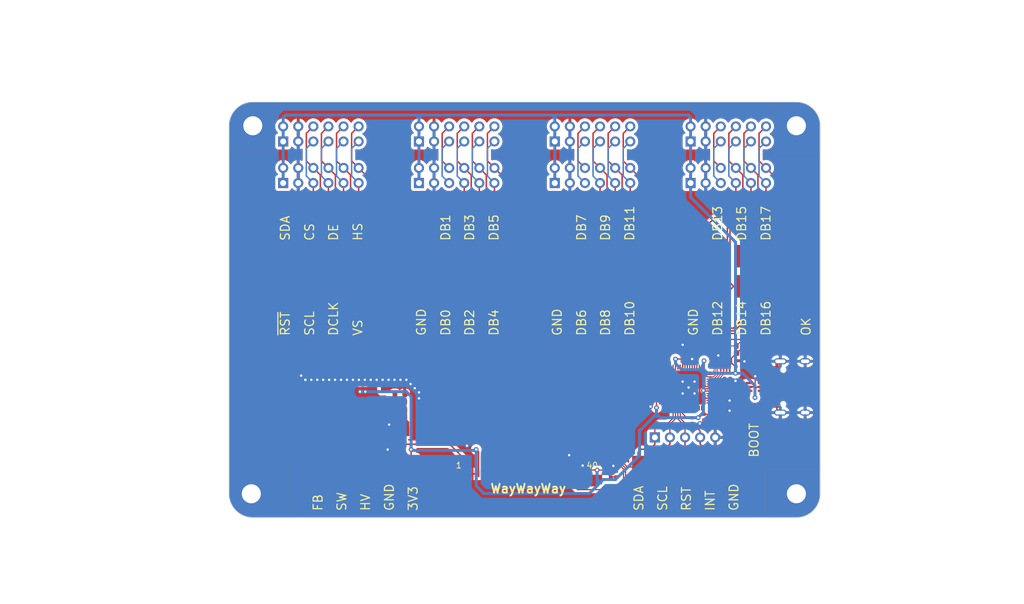
<source format=kicad_pcb>
(kicad_pcb (version 20221018) (generator pcbnew)
  (layers (0 "F.Cu" signal) (31 "B.Cu" signal) (34 "B.Paste" user) (35 "F.Paste" user) (36 "B.SilkS" user "B.Silkscreen") (37 "F.SilkS" user "F.Silkscreen") (38 "B.Mask" user) (39 "F.Mask" user) (44 "Edge.Cuts" user))
  (net 0 "")
  (net 1 "/LEDA")
  (net 3 "Net-(R7-Pad2)")
  (net 4 "GND")
  (net 5 "/Microcontroller/XIN")
  (net 6 "/Microcontroller/XOUT_R")
  (net 7 "+1V1")
  (net 8 "/TP_INT")
  (net 9 "/TP_SDA")
  (net 10 "+3V3")
  (net 11 "/TP_SCL")
  (net 12 "/TP_RST")
  (net 13 "/Microcontroller/USB_DR+")
  (net 14 "/Microcontroller/USB_DR-")
  (net 15 "/Microcontroller/QSPI_SS")
  (net 16 "Net-(R4-Pad2)")
  (net 17 "/Microcontroller/XOUT")
  (net 18 "/Microcontroller/LED_STATUS")
  (net 19 "/Microcontroller/QSPI_SD1")
  (net 20 "/Microcontroller/QSPI_SD2")
  (net 21 "/Microcontroller/QSPI_SD0")
  (net 22 "/Microcontroller/QSPI_SCLK")
  (net 23 "/Microcontroller/QSPI_SD3")
  (net 24 "/Microcontroller/USB_D+")
  (net 25 "/Microcontroller/USB_D-")
  (net 50 "/CS")
  (net 51 "/DCLK")
  (net 52 "/DE")
  (net 53 "/HS")
  (net 54 "/DB0")
  (net 55 "/DB1")
  (net 56 "/DB2")
  (net 57 "/DB3")
  (net 58 "/DB4")
  (net 59 "/DB5")
  (net 60 "/DB6")
  (net 61 "/DB7")
  (net 62 "/DB8")
  (net 63 "/DB9")
  (net 64 "/DB10")
  (net 65 "/DB11")
  (net 66 "/DB12")
  (net 67 "/DB13")
  (net 68 "/DB14")
  (net 69 "/DB15")
  (net 70 "/DB16")
  (net 71 "/DB17")
  (net 72 "Net-(J9-CC1)")
  (net 74 "Net-(J9-CC2)")
  (net 76 "/~{RST}")
  (net 77 "/SDA")
  (net 78 "/SCL")
  (net 79 "/VS")
  (net 80 "Net-(J2-Pin_5)")
  (net 81 "Net-(J2-Pin_6)")
  (net 82 "Net-(J3-Pin_5)")
  (net 83 "Net-(J3-Pin_6)")
  (net 84 "Net-(J4-Pin_5)")
  (net 85 "Net-(J4-Pin_6)")
  (net 86 "Net-(D1-A)")
  (net 92 "/SWITCH")
  (net 93 "/FB")
  (footprint "KiCAD Library:C_0402_1005Metric" (layer "F.Cu") (at 164.1 115.8 180)
    (fp_text reference "C19" hide)
    (fp_text value "100n" hide)
  )
  (footprint "KiCAD Library:TestPoint_Keystone_5019_Minature_No_Silkscreen" (layer "F.Cu") (at 151.398 92.968 90)
    (fp_text reference "TP19" hide)
    (fp_text value "TestPoint" hide)
  )
  (footprint "Cuprum:R_0603_1608Metric" (layer "F.Cu") (at 182.317843 112 -90)
    (fp_text reference "R2" hide)
    (fp_text value "5k1")
  )
  (footprint "KiCAD Library:R_0603_1608Metric" (layer "F.Cu") (at 171.0125 109 180)
    (fp_text reference "R3" hide)
    (fp_text value "270")
  )
  (footprint "KiCAD Library:TestPoint_Keystone_5019_Minature_No_Silkscreen" (layer "F.Cu") (at 136.666 98.048 90)
    (fp_text reference "TP16" hide)
    (fp_text value "TestPoint" hide)
  )
  (footprint "KiCAD Library:TestPoint_Keystone_5019_Minature_No_Silkscreen" (layer "F.Cu") (at 170.194 98.048 90)
    (fp_text reference "TP39" hide)
    (fp_text value "TestPoint" hide)
  )
  (footprint "KiCAD Library:C_0603_1608Metric" (layer "F.Cu") (at 121 120.05 180)
    (fp_text reference "C3" hide)
    (fp_text value "1u")
  )
  (footprint "KiCAD Library:ECS120836CKMTR3" (layer "F.Cu") (at 159.75 115.35 180)
    (fp_text reference "Y1" hide)
    (fp_text value "12MHz" hide)
  )
  (footprint "KiCAD Library:TestPoint_Keystone_5019_Minature_No_Silkscreen" (layer "F.Cu") (at 182.386 98.048 90)
    (fp_text reference "TP28" hide)
    (fp_text value "TestPoint" hide)
  )
  (footprint "Cuprum:R_0603_1608Metric" (layer "F.Cu") (at 121 118.78 180)
    (fp_text reference "R7" hide)
    (fp_text value "1M")
  )
  (footprint "KiCAD Library:TestPoint_Keystone_5019_Minature_No_Silkscreen" (layer "F.Cu") (at 105.678 92.968 90)
    (fp_text reference "TP7" hide)
    (fp_text value "TestPoint" hide)
  )
  (footprint "KiCAD Library:TestPoint_Keystone_5019_Minature_No_Silkscreen" (layer "F.Cu") (at 176.899999 128.5 90)
    (fp_text reference "TP36" hide)
    (fp_text value "TestPoint" hide)
  )
  (footprint "KiCAD Library:TestPoint_Keystone_5019_Minature_No_Silkscreen" (layer "F.Cu") (at 178.322 98.048 90)
    (fp_text reference "TP26" hide)
    (fp_text value "TestPoint" hide)
  )
  (footprint "Connector_PinHeader_2.54mm:PinHeader_2x06_P2.54mm_Horizontal" (layer "F.Cu") (at 147.08 73.65 90)
    (fp_text reference "J3" hide)
    (fp_text value "Conn_01x12")
  )
  (footprint "Connector_PinHeader_2.54mm:PinHeader_2x06_P2.54mm_Vertical" (layer "F.Cu") (at 101.36 80.65 90)
    (fp_text reference "J5" hide)
    (fp_text value "Conn_01x12")
  )
  (footprint "KiCAD Library:TestPoint_Keystone_5019_Minature_No_Silkscreen" (layer "F.Cu") (at 147.334 98.048 90)
    (fp_text reference "TP38" hide)
    (fp_text value "TestPoint" hide)
  )
  (footprint "KiCAD Library:TestPoint_Keystone_5019_Minature_No_Silkscreen" (layer "F.Cu") (at 132.602 92.968 90)
    (fp_text reference "TP15" hide)
    (fp_text value "TestPoint" hide)
  )
  (footprint "KiCAD Library:TestPoint_Keystone_5019_Minature_No_Silkscreen" (layer "F.Cu") (at 136.666 92.968 90)
    (fp_text reference "TP17" hide)
    (fp_text value "TestPoint" hide)
  )
  (footprint "KiCAD Library:C_0603_1608Metric" (layer "F.Cu") (at 178.45 109.3)
    (fp_text reference "C8" hide)
    (fp_text value "2u2")
  )
  (footprint "KiCAD Library:C_0603_1608Metric" (layer "F.Cu") (at 117.5 115.3)
    (fp_text reference "C7" hide)
    (fp_text value "10u")
  )
  (footprint "KiCAD Library:TestPoint_Keystone_5019_Minature_No_Silkscreen" (layer "F.Cu") (at 132.602 98.048 90)
    (fp_text reference "TP14" hide)
    (fp_text value "TestPoint" hide)
  )
  (footprint "KiCAD Library:TestPoint_Keystone_5019_Minature_No_Silkscreen" (layer "F.Cu") (at 161.099999 128.5 90)
    (fp_text reference "TP31" hide)
    (fp_text value "TestPoint" hide)
  )
  (footprint "Connector_PinHeader_2.54mm:PinHeader_2x06_P2.54mm_Horizontal" (layer "F.Cu") (at 169.94 73.65 90)
    (fp_text reference "J4" hide)
    (fp_text value "Conn_01x12")
  )
  (footprint "KiCAD Library:PTS636 SM25J SMTR LFS" (layer "F.Cu") (at 186.5 124 180)
    (fp_text reference "SW1" hide)
    (fp_text value "DNF")
  )
  (footprint "KiCAD Library:TestPoint_Keystone_5019_Minature_No_Silkscreen" (layer "F.Cu") (at 113.806 98.048 90)
    (fp_text reference "TP10" hide)
    (fp_text value "TestPoint" hide)
  )
  (footprint "KiCAD Library:TestPoint_Keystone_5019_Minature_No_Silkscreen" (layer "F.Cu") (at 105.678 98.048 90)
    (fp_text reference "TP6" hide)
    (fp_text value "TestPoint" hide)
  )
  (footprint "Connector_USB:USB_C_Receptacle_GCT_USB4105-xx-A_16P_TopMnt_Horizontal" (layer "F.Cu") (at 188.147843 115 90)
    (fp_text reference "J9" hide)
    (fp_text value "USB4105-GF-A-120\n")
  )
  (footprint "KiCAD Library:TestPoint_Keystone_5019_Minature_No_Silkscreen" (layer "F.Cu") (at 124.474 98.048 90)
    (fp_text reference "TP37" hide)
    (fp_text value "TestPoint" hide)
  )
  (footprint "Connector_PinHeader_2.54mm:PinHeader_2x06_P2.54mm_Vertical" (layer "F.Cu") (at 169.94 80.65 90)
    (fp_text reference "J8" hide)
    (fp_text value "Conn_01x12")
  )
  (footprint "KiCAD Library:TestPoint_Keystone_5019_Minature_No_Silkscreen" (layer "F.Cu") (at 165.049999 128.5 90)
    (fp_text reference "TP32" hide)
    (fp_text value "TestPoint" hide)
  )
  (footprint "MountingHole:MountingHole_3.2mm_M3_DIN965_Pad" (layer "F.Cu") (at 187.75 71)
    (fp_text reference "REF**" hide)
    (fp_text value "MountingHole_3.2mm_M3_DIN965_Pad" hide)
  )
  (footprint "KiCAD Library:TestPoint_Keystone_5019_Minature_No_Silkscreen" (layer "F.Cu") (at 159.526 92.968 90)
    (fp_text reference "TP23" hide)
    (fp_text value "TestPoint" hide)
  )
  (footprint "Cuprum:R_0603_1608Metric" (layer "F.Cu") (at 121 117.51 180)
    (fp_text reference "R9" hide)
    (fp_text value "1M")
  )
  (footprint "Connector_PinHeader_2.54mm:PinHeader_2x06_P2.54mm_Horizontal" (layer "F.Cu") (at 124.22 73.65 90)
    (fp_text reference "J2" hide)
    (fp_text value "Conn_01x12")
  )
  (footprint "KiCAD Library:C_0402_1005Metric" (layer "F.Cu") (at 170.21 120.68 -90)
    (fp_text reference "C16" hide)
    (fp_text value "100n" hide)
  )
  (footprint "KiCAD Library:TestPoint_Keystone_5019_Minature_No_Silkscreen" (layer "F.Cu") (at 155.462 98.048 90)
    (fp_text reference "TP20" hide)
    (fp_text value "TestPoint" hide)
  )
  (footprint "KiCAD Library:C_0402_1005Metric" (layer "F.Cu") (at 176.1175 114.5)
    (fp_text reference "C17" hide)
    (fp_text value "100n" hide)
  )
  (footprint "KiCAD Library:TestPoint_Keystone_5019_Minature_No_Silkscreen" (layer "F.Cu") (at 159.526 98.048 90)
    (fp_text reference "TP22" hide)
    (fp_text value "TestPoint" hide)
  )
  (footprint "KiCAD Library:TestPoint_Keystone_5019_Minature_No_Silkscreen" (layer "F.Cu") (at 128.538 98.048 90)
    (fp_text reference "TP12" hide)
    (fp_text value "TestPoint" hide)
  )
  (footprint "Capacitor_SMD:C_0402_1005Metric" (layer "F.Cu") (at 159.75 117.2 180)
    (fp_text reference "C5" hide)
    (fp_text value "8p")
  )
  (footprint "KiCAD Library:SOT65P210X110-6N" (layer "F.Cu") (at 180.796982 115)
    (fp_text reference "U3" hide)
    (fp_text value "USBUF02W6" hide)
  )
  (footprint "Capacitor_SMD:C_0402_1005Metric" (layer "F.Cu") (at 159.75 113.5)
    (fp_text reference "C4" hide)
    (fp_text value "8p")
  )
  (footprint "KiCAD Library:C_0402_1005Metric" (layer "F.Cu") (at 174.9 117.2)
    (fp_text reference "C12" hide)
    (fp_text value "1u" hide)
  )
  (footprint "KiCAD Library:TestPoint_Keystone_5019_Minature_No_Silkscreen" (layer "F.Cu") (at 178.322 92.968 90)
    (fp_text reference "TP27" hide)
    (fp_text value "TestPoint" hide)
  )
  (footprint "KiCAD Library:TestPoint_Keystone_5019_Minature_No_Silkscreen" (layer "F.Cu") (at 101.614 98.048 90)
    (fp_text reference "TP4" hide)
    (fp_text value "TestPoint" hide)
  )
  (footprint "KiCAD Library:TestPoint_Keystone_5019_Minature_No_Silkscreen" (layer "F.Cu") (at 151.398 98.048 90)
    (fp_text reference "TP18" hide)
    (fp_text value "TestPoint" hide)
  )
  (footprint "KiCAD Library:TestPoint_Keystone_5019_Minature_No_Silkscreen" (layer "F.Cu") (at 114.999998 128.5 90)
    (fp_text reference "TP1" hide)
    (fp_text value "TestPoint" hide)
  )
  (footprint "KiCAD Library:R_0603_1608Metric" (layer "F.Cu") (at 180.5 108.7 -90)
    (fp_text reference "R4" hide)
    (fp_text value "10K")
  )
  (footprint "KiCAD Library:TestPoint_Keystone_5019_Minature_No_Silkscreen" (layer "F.Cu") (at 182.386 92.968 90)
    (fp_text reference "TP29" hide)
    (fp_text value "TestPoint" hide)
  )
  (footprint "KiCAD Library:TestPoint_Keystone_5019_Minature_No_Silkscreen" (layer "F.Cu") (at 113.806 92.968 90)
    (fp_text reference "TP11" hide)
    (fp_text value "TestPoint" hide)
  )
  (footprint "KiCAD Library:TestPoint_Keystone_5019_Minature_No_Silkscreen" (layer "F.Cu") (at 155.462 92.968 90)
    (fp_text reference "TP21" hide)
    (fp_text value "TestPoint" hide)
  )
  (footprint "Package_DFN_QFN:QFN-56-1EP_7x7mm_P0.4mm_EP3.2x3.2mm" (layer "F.Cu") (at 169.6 115.1 -90)
    (fp_text reference "U4" hide)
    (fp_text value "RP2040" hide)
  )
  (footprint "KiCAD Library:R_0603_1608Metric" (layer "F.Cu") (at 178.45 108.1)
    (fp_text reference "R5" hide)
    (fp_text value "DNF")
  )
  (footprint "KiCAD Library:C_0402_1005Metric" (layer "F.Cu") (at 164.9 117.18 -90)
    (fp_text reference "C9" hide)
    (fp_text value "100n" hide)
  )
  (footprint "KiCAD Library:C_0402_1005Metric" (layer "F.Cu") (at 156.5 129.68 90)
    (fp_text reference "C1" hide)
    (fp_text value "1u" hide)
  )
  (footprint "Connector_PinHeader_2.54mm:PinHeader_2x06_P2.54mm_Vertical" (layer "F.Cu") (at 147.08 80.65 90)
    (fp_text reference "J7" hide)
    (fp_text value "Conn_01x12")
  )
  (footprint "KiCAD Library:C_0402_1005Metric" (layer "F.Cu") (at 175.25 115.4)
    (fp_text reference "C22" hide)
    (fp_text value "1u" hide)
  )
  (footprint "KiCAD Library:TestPoint_Keystone_5019_Minature_No_Silkscreen" (layer "F.Cu") (at 169 128.5 90)
    (fp_text reference "TP33" hide)
    (fp_text value "TestPoint" hide)
  )
  (footprint "KiCAD Library:TestPoint_Keystone_5019_Minature_No_Silkscreen" (layer "F.Cu") (at 111.049998 128.5 90)
    (fp_text reference "TP41" hide)
    (fp_text value "TestPoint" hide)
  )
  (footprint "KiCAD Library:AMPHENOL_F32Q-1A7H1-11040" (layer "F.Cu") (at 142 132.45)
    (fp_text reference "DS1" hide)
    (fp_text value "ST7701_IPS_3.99_TOUCH")
  )
  (footprint "KiCAD Library:TestPoint_Keystone_5019_Minature_No_Silkscreen" (layer "F.Cu") (at 122.899998 128.5 90)
    (fp_text reference "TP34" hide)
    (fp_text value "TestPoint" hide)
  )
  (footprint "Diode_SMD:D_0805_2012Metric" (layer "F.Cu") (at 189.3125 107.75 180)
    (fp_text reference "D1" hide)
    (fp_text value "LED")
  )
  (footprint "KiCAD Library:C_0402_1005Metric" (layer "F.Cu") (at 177.55 111.08 90)
    (fp_text reference "C6" hide)
    (fp_text value "100n" hide)
  )
  (footprint "Cuprum:R_0603_1608Metric" (layer "F.Cu") (at 182.317843 118 90)
    (fp_text reference "R1" hide)
    (fp_text value "5k1")
  )
  (footprint "KiCAD Library:TestPoint_Keystone_5019_Minature_No_Silkscreen" (layer "F.Cu") (at 174.258 92.968 90)
    (fp_text reference "TP25" hide)
    (fp_text value "TestPoint" hide)
  )
  (footprint "KiCAD Library:TestPoint_Keystone_5019_Minature_No_Silkscreen" (layer "F.Cu") (at 128.538 92.968 90)
    (fp_text reference "TP13" hide)
    (fp_text value "TestPoint" hide)
  )
  (footprint "KiCAD Library:DIOM5227X270N" (layer "F.Cu") (at 119.25 122.5 180)
    (fp_text reference "D2" hide)
    (fp_text value "SS14" hide)
  )
  (footprint "KiCAD Library:C_0402_1005Metric" (layer "F.Cu") (at 172.2 120.08 -90)
    (fp_text reference "C13" hide)
    (fp_text value "100n" hide)
  )
  (footprint "KiCAD Library:TestPoint_Keystone_5019_Minature_No_Silkscreen" (layer "F.Cu") (at 101.614 92.968 90)
    (fp_text reference "TP5" hide)
    (fp_text value "TestPoint" hide)
  )
  (footprint "KiCAD Library:C_0402_1005Metric" (layer "F.Cu") (at 168.6 109.82 90)
    (fp_text reference "C18" hide)
    (fp_text value "100n" hide)
  )
  (footprint "KiCAD Library:TestPoint_Keystone_5019_Minature_No_Silkscreen" (layer "F.Cu") (at 172.949998 128.5 90)
    (fp_text reference "TP30" hide)
    (fp_text value "TestPoint" hide)
  )
  (footprint "KiCAD Library:C_0402_1005Metric" (layer "F.Cu") (at 157.4 129.68 90)
    (fp_text reference "C2" hide)
    (fp_text value "100n" hide)
  )
  (footprint "KiCAD Library:W25Q16JVUXIQ TR" (layer "F.Cu") (at 175.75 110.5 -90)
    (fp_text reference "U2" hide)
    (fp_text value "W25Q16JV" hide)
  )
  (footprint "KiCAD Library:C_0402_1005Metric" (layer "F.Cu") (at 174.9 119)
    (fp_text reference "C15" hide)
    (fp_text value "100n" hide)
  )
  (footprint "KiCAD Library:TestPoint_Keystone_5019_Minature_No_Silkscreen" (layer "F.Cu") (at 174.258 98.048 90)
    (fp_text reference "TP24" hide)
    (fp_text value "TestPoint" hide)
  )
  (footprint "KiCAD Library:TestPoint_Keystone_5019_Minature_No_Silkscreen" (layer "F.Cu") (at 109.742 98.048 90)
    (fp_text reference "TP8" hide)
    (fp_text value "TestPoint" hide)
  )
  (footprint "KiCAD Library:TestPoint_Keystone_5019_Minature_No_Silkscreen" (layer "F.Cu") (at 118.949998 128.5 90)
    (fp_text reference "TP35" hide)
    (fp_text value "TestPoint" hide)
  )
  (footprint "KiCAD Library:TestPoint_Keystone_5019_Minature_No_Silkscreen" (layer "F.Cu") (at 109.742 92.968 90)
    (fp_text reference "TP9" hide)
    (fp_text value "TestPoint" hide)
  )
  (footprint "KiCAD Library:R_0603_1608Metric" (layer "F.Cu") (at 162.1 116.375 -90)
    (fp_text reference "R6" hide)
    (fp_text value "1k")
  )
  (footprint "Connector_PinHeader_2.54mm:PinHeader_2x06_P2.54mm_Horizontal" (layer "F.Cu") (at 101.36 73.65 90)
    (fp_text reference "J1" hide)
    (fp_text value "Conn_01x12")
  )
  (footprint "Package_TO_SOT_SMD:SOT-23-5" (layer "F.Cu") (at 117.5 118.25 90)
    (fp_text reference "U1" hide)
    (fp_text value "AP3015")
  )
  (footprint "MountingHole:MountingHole_3.2mm_M3_DIN965_Pad" (layer "F.Cu") (at 187.75 133)
    (fp_text reference "REF**" hide)
    (fp_text value "MountingHole_3.2mm_M3_DIN965_Pad" hide)
  )
  (footprint "Inductor_SMD:L_TDK_SLF6045" (layer "F.Cu") (at 112.25 118.5 -90)
    (fp_text reference "L1" hide)
    (fp_text value "10u")
  )
  (footprint "KiCAD Library:C_0402_1005Metric" (layer "F.Cu") (at 174.9 118.1)
    (fp_text reference "C14" hide)
    (fp_text value "100n" hide)
  )
  (footprint "KiCAD Library:TestPoint_Keystone_5019_Minature_No_Silkscreen" (layer "F.Cu") (at 107.099998 128.5 90)
    (fp_text reference "TP40" hide)
    (fp_text value "TestPoint" hide)
  )
  (footprint "KiCAD Library:C_0402_1005Metric" (layer "F.Cu") (at 176.1175 113.6)
    (fp_text reference "C10" hide)
    (fp_text value "100n" hide)
  )
  (footprint "Connector_PinHeader_2.54mm:PinHeader_1x05_P2.54mm_Vertical" (layer "F.Cu") (at 163.924999 123.5 90)
    (fp_text reference "J10" hide)
    (fp_text value "Conn_01x05" hide)
  )
  (footprint "MountingHole:MountingHole_3.2mm_M3_DIN965_Pad" (layer "F.Cu") (at 96.25 71)
    (fp_text reference "REF**" hide)
    (fp_text value "MountingHole_3.2mm_M3_DIN965_Pad" hide)
  )
  (footprint "Connector_PinHeader_2.54mm:PinHeader_2x06_P2.54mm_Vertical" (layer "F.Cu") (at 124.22 80.65 90)
    (fp_text reference "J6" hide)
    (fp_text value "Conn_01x12")
  )
  (footprint "Cuprum:R_0603_1608Metric" (layer "F.Cu") (at 121 116.24)
    (fp_text reference "R8" hide)
    (fp_text value "105k")
  )
  (footprint "MountingHole:MountingHole_3.2mm_M3_DIN965_Pad" (layer "F.Cu") (at 96 133)
    (fp_text reference "REF**" hide)
    (fp_text value "MountingHole_3.2mm_M3_DIN965_Pad" hide)
  )
  (gr_line locked (start 187.75 137) (end 96.25 137) (stroke (width 0.1)) (layer "Edge.Cuts"))
  (gr_arc locked (start 96.25 137) (mid 93.421573 135.828427) (end 92.25 133) (stroke (width 0.1)) (layer "Edge.Cuts"))
  (gr_line locked (start 96.25 67) (end 187.75 67) (stroke (width 0.1)) (layer "Edge.Cuts"))
  (gr_arc locked (start 92.25 71) (mid 93.421573 68.171573) (end 96.25 67) (stroke (width 0.1)) (layer "Edge.Cuts"))
  (gr_arc locked (start 191.75 133) (mid 190.578427 135.828427) (end 187.75 137) (stroke (width 0.1)) (layer "Edge.Cuts"))
  (gr_line locked (start 92.25 133) (end 92.25 71) (stroke (width 0.1)) (layer "Edge.Cuts"))
  (gr_arc locked (start 187.75 67) (mid 190.578427 68.171573) (end 191.75 71) (stroke (width 0.1)) (layer "Edge.Cuts"))
  (gr_line locked (start 191.75 71) (end 191.75 133) (stroke (width 0.1)) (layer "Edge.Cuts"))
  (gr_text "HV" (at 116.099999 136 90) (layer "F.SilkS") (effects (font (size 1.5 1.5) (thickness 0.2)) (justify left bottom)))
  (gr_text "DE" (at 110.708 90.5 90) (layer "F.SilkS") (effects (font (size 1.5 1.5) (thickness 0.2)) (justify left bottom)))
  (gr_text "GND" (at 125.492 106.5 90) (layer "F.SilkS") (effects (font (size 1.5 1.5) (thickness 0.2)) (justify left bottom)))
  (gr_text "3V3" (at 124.099999 136 90) (layer "F.SilkS") (effects (font (size 1.5 1.5) (thickness 0.2)) (justify left bottom)))
  (gr_text "~{RST}" (at 102.58 106.5 90) (layer "F.SilkS") (effects (font (size 1.5 1.5) (thickness 0.2)) (justify left bottom)))
  (gr_text "GND" (at 148.357 106.5 90) (layer "F.SilkS") (effects (font (size 1.5 1.5) (thickness 0.2)) (justify left bottom)))
  (gr_text "INT" (at 174.099999 136 90) (layer "F.SilkS") (effects (font (size 1.5 1.5) (thickness 0.2)) (justify left bottom)))
  (gr_text "DB15" (at 179.397 90.5 90) (layer "F.SilkS") (effects (font (size 1.5 1.5) (thickness 0.2)) (justify left bottom)))
  (gr_text "GND" (at 171.269 106.5 90) (layer "F.SilkS") (effects (font (size 1.5 1.5) (thickness 0.2)) (justify left bottom)))
  (gr_text "40\n" (at 152.33 128.8) (layer "F.SilkS") (effects (font (size 1 1)) (justify left bottom)))
  (gr_text "FB" (at 108.099999 136 90) (layer "F.SilkS") (effects (font (size 1.5 1.5) (thickness 0.2)) (justify left bottom)))
  (gr_text "DB8" (at 156.485 106.5 90) (layer "F.SilkS") (effects (font (size 1.5 1.5) (thickness 0.2)) (justify left bottom)))
  (gr_text "OK" (at 190.25 106.5 90) (layer "F.SilkS") (effects (font (size 1.5 1.5) (thickness 0.2)) (justify left bottom)))
  (gr_text "DB3" (at 133.62 90.5 90) (layer "F.SilkS") (effects (font (size 1.5 1.5) (thickness 0.2)) (justify left bottom)))
  (gr_text "DCLK\n" (at 110.708 106.5 90) (layer "F.SilkS") (effects (font (size 1.5 1.5) (thickness 0.2)) (justify left bottom)))
  (gr_text "DB5" (at 137.718 90.5 90) (layer "F.SilkS") (effects (font (size 1.5 1.5) (thickness 0.2)) (justify left bottom)))
  (gr_text "RST" (at 170.099999 136 90) (layer "F.SilkS") (effects (font (size 1.5 1.5) (thickness 0.2)) (justify left bottom)))
  (gr_text "DB12" (at 175.367 106.5 90) (layer "F.SilkS") (effects (font (size 1.5 1.5) (thickness 0.2)) (justify left bottom)))
  (gr_text "WayWayWay" (at 136.1 133) (layer "F.SilkS") (effects (font (size 1.5 1.5) (thickness 0.3) bold) (justify left bottom)))
  (gr_text "CS" (at 106.678 90.5 90) (layer "F.SilkS") (effects (font (size 1.5 1.5) (thickness 0.2)) (justify left bottom)))
  (gr_text "SDA" (at 162.099999 136 90) (layer "F.SilkS") (effects (font (size 1.5 1.5) (thickness 0.2)) (justify left bottom)))
  (gr_text "SCL" (at 166.099999 136 90) (layer "F.SilkS") (effects (font (size 1.5 1.5) (thickness 0.2)) (justify left bottom)))
  (gr_text "DB2" (at 133.62 106.5 90) (layer "F.SilkS") (effects (font (size 1.5 1.5) (thickness 0.2)) (justify left bottom)))
  (gr_text "DB16" (at 183.495 106.5 90) (layer "F.SilkS") (effects (font (size 1.5 1.5) (thickness 0.2)) (justify left bottom)))
  (gr_text "DB4" (at 137.718 106.5 90) (layer "F.SilkS") (effects (font (size 1.5 1.5) (thickness 0.2)) (justify left bottom)))
  (gr_text "SCL" (at 106.678 106.5 90) (layer "F.SilkS") (effects (font (size 1.5 1.5) (thickness 0.2)) (justify left bottom)))
  (gr_text "HS" (at 114.806 90.5 90) (layer "F.SilkS") (effects (font (size 1.5 1.5) (thickness 0.2)) (justify left bottom)))
  (gr_text "SW" (at 112.099999 136 90) (layer "F.SilkS") (effects (font (size 1.5 1.5) (thickness 0.2)) (justify left bottom)))
  (gr_text "1" (at 130.35 128.8) (layer "F.SilkS") (effects (font (size 1 1)) (justify left bottom)))
  (gr_text "DB10" (at 160.583 106.5 90) (layer "F.SilkS") (effects (font (size 1.5 1.5) (thickness 0.2)) (justify left bottom)))
  (gr_text "DB7" (at 152.455 90.5 90) (layer "F.SilkS") (effects (font (size 1.5 1.5) (thickness 0.2)) (justify left bottom)))
  (gr_text "DB6" (at 152.455 106.5 90) (layer "F.SilkS") (effects (font (size 1.5 1.5) (thickness 0.2)) (justify left bottom)))
  (gr_text "DB14" (at 179.397 106.5 90) (layer "F.SilkS") (effects (font (size 1.5 1.5) (thickness 0.2)) (justify left bottom)))
  (gr_text "GND" (at 178.099999 136 90) (layer "F.SilkS") (effects (font (size 1.5 1.5) (thickness 0.2)) (justify left bottom)))
  (gr_text "DB9" (at 156.485 90.5 90) (layer "F.SilkS") (effects (font (size 1.5 1.5) (thickness 0.2)) (justify left bottom)))
  (gr_text "DB0" (at 129.59 106.5 90) (layer "F.SilkS") (effects (font (size 1.5 1.5) (thickness 0.2)) (justify left bottom)))
  (gr_text "DB1" (at 129.59 90.5 90) (layer "F.SilkS") (effects (font (size 1.5 1.5) (thickness 0.2)) (justify left bottom)))
  (gr_text "DB11\n" (at 160.564 90.5 90) (layer "F.SilkS") (effects (font (size 1.5 1.5) (thickness 0.2)) (justify left bottom)))
  (gr_text "SDA\n" (at 102.58 90.5 90) (layer "F.SilkS") (effects (font (size 1.5 1.5) (thickness 0.2)) (justify left bottom)))
  (gr_text "VS" (at 114.806 106.5 90) (layer "F.SilkS") (effects (font (size 1.5 1.5) (thickness 0.2)) (justify left bottom)))
  (gr_text "BOOT" (at 181.5 127 90) (layer "F.SilkS") (effects (font (size 1.5 1.5) (thickness 0.2)) (justify left bottom)))
  (gr_text "DB17" (at 183.495 90.5 90) (layer "F.SilkS") (effects (font (size 1.5 1.5) (thickness 0.2)) (justify left bottom)))
  (gr_text "DB13" (at 175.367 90.5 90) (layer "F.SilkS") (effects (font (size 1.5 1.5) (thickness 0.2)) (justify left bottom)))
  (gr_text "GND" (at 120.099999 136 90) (layer "F.SilkS") (effects (font (size 1.5 1.5) (thickness 0.2)) (justify left bottom)))
  (segment (start 116.6 124.65) (end 114.999998 126.250002) (width 0.25) (layer "F.Cu") (net 1))
  (segment (start 132.25 129.65) (end 132.25 127.522792) (width 0.25) (layer "F.Cu") (net 1))
  (segment (start 131.488604 126.761396) (end 131.238604 126.511396) (width 0.25) (layer "F.Cu") (net 1))
  (segment (start 114.999998 126.250002) (end 114.999998 128.5) (width 0.25) (layer "F.Cu") (net 1))
  (segment (start 121.725 124.375) (end 122 124.65) (width 0.25) (layer "F.Cu") (net 1))
  (segment (start 121.4 124.05) (end 121.725 124.375) (width 0.25) (layer "F.Cu") (net 1))
  (segment (start 121.725 124.375) (end 121.45 124.65) (width 0.25) (layer "F.Cu") (net 1))
  (segment (start 122 124.65) (end 121.3 124.65) (width 0.25) (layer "F.Cu") (net 1))
  (segment (start 121.4 122.5) (end 121.4 124.05) (width 0.25) (layer "F.Cu") (net 1))
  (segment (start 121.45 124.65) (end 121.3 124.65) (width 0.25) (layer "F.Cu") (net 1))
  (segment (start 132.25 127.522792) (end 131.488604 126.761396) (width 0.25) (layer "F.Cu") (net 1))
  (segment (start 131.238604 126.511396) (end 129.377208 124.65) (width 0.25) (layer "F.Cu") (net 1))
  (segment (start 121.3 124.65) (end 116.6 124.65) (width 0.25) (layer "F.Cu") (net 1))
  (segment (start 129.377208 124.65) (end 122 124.65) (width 0.25) (layer "F.Cu") (net 1))
  (segment (start 121 118.55) (end 121 117.7) (width 0.25) (layer "F.Cu") (net 3))
  (segment (start 121.19 117.51) (end 121.825 117.51) (width 0.25) (layer "F.Cu") (net 3))
  (segment (start 121 117.7) (end 121.19 117.51) (width 0.25) (layer "F.Cu") (net 3))
  (segment (start 120.77 118.78) (end 121 118.55) (width 0.25) (layer "F.Cu") (net 3))
  (segment (start 120.175 118.78) (end 120.77 118.78) (width 0.25) (layer "F.Cu") (net 3))
  (segment (start 184.467843 118.745) (end 185.042843 119.32) (width 0.25) (layer "F.Cu") (net 4))
  (segment (start 148.75 129.65) (end 148.75 127.25) (width 0.25) (layer "F.Cu") (net 4))
  (segment (start 163 118.5) (end 163.2 118.3) (width 0.2) (layer "F.Cu") (net 4))
  (segment (start 164.9 117.66) (end 165.4 118.16) (width 0.2) (layer "F.Cu") (net 4))
  (segment (start 160.375 116.625) (end 160.23 116.77) (width 0.25) (layer "F.Cu") (net 4))
  (segment (start 163.4 119.8) (end 163 119.4) (width 0.2) (layer "F.Cu") (net 4))
  (segment (start 133.75 128.6) (end 133.35 128.2) (width 0.25) (layer "F.Cu") (net 4))
  (segment (start 174.909999 125.4975) (end 174.084999 124.6725) (width 0.25) (layer "F.Cu") (net 4))
  (segment (start 159.1 114.7) (end 160.4 116) (width 0.25) (layer "F.Cu") (net 4))
  (segment (start 171.5 121.16) (end 172.04 121.16) (width 0.2) (layer "F.Cu") (net 4))
  (segment (start 172.2 121) (end 172.2 120.56) (width 0.2) (layer "F.Cu") (net 4))
  (segment (start 163.62 115.8) (end 163.62 117.88) (width 0.2) (layer "F.Cu") (net 4))
  (segment (start 176.909999 125.9975) (end 176.409998 125.4975) (width 0.25) (layer "F.Cu") (net 4))
  (segment (start 160.375 116.225) (end 160.6 116) (width 0.25) (layer "F.Cu") (net 4))
  (segment (start 163.195 116.225) (end 163.62 115.8) (width 0.25) (layer "F.Cu") (net 4))
  (segment (start 133.15 128.2) (end 133.35 128.2) (width 0.25) (layer "F.Cu") (net 4))
  (segment (start 176.5975 114.5325) (end 175.73 115.4) (width 0.2) (layer "F.Cu") (net 4))
  (segment (start 151.75 128.267677) (end 151.75 129.65) (width 0.2) (layer "F.Cu") (net 4))
  (segment (start 165.1 119.8) (end 163.4 119.8) (width 0.2) (layer "F.Cu") (net 4))
  (segment (start 160.825 116.225) (end 163.195 116.225) (width 0.25) (layer "F.Cu") (net 4))
  (segment (start 180.417843 115) (end 180.617843 114.8) (width 0.2) (layer "F.Cu") (net 4))
  (segment (start 180.817843 114.6) (end 180.817843 113.2) (width 0.2) (layer "F.Cu") (net 4))
  (segment (start 133.25 129.65) (end 133.25 128.3) (width 0.25) (layer "F.Cu") (net 4))
  (segment (start 168.6 109.34) (end 168.6 107.9) (width 0.2) (layer "F.Cu") (net 4))
  (segment (start 174.084999 124.6725) (end 174.084999 123.4975) (width 0.25) (layer "F.Cu") (net 4))
  (segment (start 132.75 128.6) (end 133.15 128.2) (width 0.25) (layer "F.Cu") (net 4))
  (segment (start 118.949998 125.550002) (end 118.949998 128.5) (width 0.25) (layer "F.Cu") (net 4))
  (segment (start 176.5975 114.5) (end 176.5975 114.5325) (width 0.2) (layer "F.Cu") (net 4))
  (segment (start 184.467843 111.8) (end 184.467843 111.255) (width 0.25) (layer "F.Cu") (net 4))
  (segment (start 117.5 119.3875) (end 117.5 120.3) (width 0.25) (layer "F.Cu") (net 4))
  (segment (start 165.4 118.16) (end 165.4 119.5) (width 0.2) (layer "F.Cu") (net 4))
  (segment (start 184.467843 118.2) (end 184.467843 118.745) (width 0.25) (layer "F.Cu") (net 4))
  (segment (start 151.867677 128.15) (end 156.8 128.15) (width 0.2) (layer "F.Cu") (net 4))
  (segment (start 156.5 128.75) (end 156.5 129.2) (width 0.25) (layer "F.Cu") (net 4))
  (segment (start 177.5 114) (end 176.6 114) (width 0.2) (layer "F.Cu") (net 4))
  (segment (start 183.617843 111.8) (end 182.992843 111.175) (width 0.25) (layer "F.Cu") (net 4))
  (segment (start 156.8 128.15) (end 156.95 128.3) (width 0.2) (layer "F.Cu") (net 4))
  (segment (start 133.35 126.85) (end 133.35 128.2) (width 0.25) (layer "F.Cu") (net 4))
  (segment (start 133.75 129.65) (end 133.75 128.6) (width 0.25) (layer "F.Cu") (net 4))
  (segment (start 183.142843 118.825) (end 183.637843 119.32) (width 0.25) (layer "F.Cu") (net 4))
  (segment (start 163.62 117.88) (end 163.2 118.3) (width 0.2) (layer "F.Cu") (net 4))
  (segment (start 183.637843 119.32) (end 185.042843 119.32) (width 0.25) (layer "F.Cu") (net 4))
  (segment (start 180.617843 114.8) (end 180.817843 114.6) (width 0.2) (layer "F.Cu") (net 4))
  (segment (start 133.25 128.3) (end 133.15 128.2) (width 0.25) (layer "F.Cu") (net 4))
  (segment (start 165.4 119.5) (end 165.1 119.8) (width 0.2) (layer "F.Cu") (net 4))
  (segment (start 156.95 128.3) (end 156.5 128.75) (width 0.25) (layer "F.Cu") (net 4))
  (segment (start 179.796982 115) (end 180.417843 115) (width 0.2) (layer "F.Cu") (net 4))
  (segment (start 160.23 116.77) (end 160.23 117.2) (width 0.25) (layer "F.Cu") (net 4))
  (segment (start 163 119.4) (end 163 118.5) (width 0.2) (layer "F.Cu") (net 4))
  (segment (start 184.467843 111.8) (end 183.617843 111.8) (width 0.25) (layer "F.Cu") (net 4))
  (segment (start 151.768177 128.2495) (end 151.75 128.267677) (width 0.2) (layer "F.Cu") (net 4))
  (segment (start 151.768177 128.2495) (end 151.867677 128.15) (width 0.2) (layer "F.Cu") (net 4))
  (segment (start 132.3 124.9) (end 132.3 125.8) (width 0.25) (layer "F.Cu") (net 4))
  (segment (start 132.75 129.65) (end 132.75 128.6) (width 0.25) (layer "F.Cu") (net 4))
  (segment (start 175 109.1) (end 175 109.3) (width 0.15) (layer "F.Cu") (net 4))
  (segment (start 156.95 128.3) (end 157.4 128.75) (width 0.25) (layer "F.Cu") (net 4))
  (segment (start 171.5 121.16) (end 170.21 121.16) (width 0.2) (layer "F.Cu") (net 4))
  (segment (start 160.6 116) (end 160.825 116.225) (width 0.25) (layer "F.Cu") (net 4))
  (segment (start 184.467843 111.255) (end 185.042843 110.68) (width 0.25) (layer "F.Cu") (net 4))
  (segment (start 160.375 116.625) (end 160.375 116.225) (width 0.25) (layer "F.Cu") (net 4))
  (segment (start 182.992843 111.175) (end 182.317843 111.175) (width 0.25) (layer "F.Cu") (net 4))
  (segment (start 176.409998 125.4975) (end 174.909999 125.4975) (width 0.25) (layer "F.Cu") (net 4))
  (segment (start 119.775 120.5) (end 120.225 120.05) (width 0.25) (layer "F.Cu") (net 4))
  (segment (start 117.5 120.3) (end 117.7 120.5) (width 0.25) (layer "F.Cu") (net 4))
  (segment (start 176.909999 128.4975) (end 176.909999 125.9975) (width 0.25) (layer "F.Cu") (net 4))
  (segment (start 148.75 127.25) (end 149.5 126.5) (width 0.25) (layer "F.Cu") (net 4))
  (segment (start 157.4 128.75) (end 157.4 129.2) (width 0.25) (layer "F.Cu") (net 4))
  (segment (start 117.7 120.5) (end 119.775 120.5) (width 0.25) (layer "F.Cu") (net 4))
  (segment (start 175 109.3) (end 174.6 109.7) (width 0.15) (layer "F.Cu") (net 4))
  (segment (start 132.3 125.8) (end 133.35 126.85) (width 0.25) (layer "F.Cu") (net 4))
  (segment (start 182.317843 118.825) (end 183.142843 118.825) (width 0.25) (layer "F.Cu") (net 4))
  (segment (start 172.04 121.16) (end 172.2 121) (width 0.2) (layer "F.Cu") (net 4))
  (segment (start 158.9 114.7) (end 159.1 114.7) (width 0.25) (layer "F.Cu") (net 4))
  (segment (start 160.4 116) (end 160.6 116) (width 0.25) (layer "F.Cu") (net 4))
  (via (at 176.5 119) (size 0.8) (drill 0.4) (layers "F.Cu" "B.Cu") (net 4))
  (via (at 170.2 110.3) (size 0.8) (drill 0.4) (layers "F.Cu" "B.Cu") (net 4))
  (via (at 109.1 113.8) (size 0.8) (drill 0.4) (layers "F.Cu" "B.Cu") (net 4))
  (via (at 118.949998 125.550002) (size 0.8) (drill 0.4) (layers "F.Cu" "B.Cu") (net 4))
  (via (at 168.6 107.9) (size 0.8) (drill 0.4) (layers "F.Cu" "B.Cu") (net 4))
  (via (at 151.768177 128.2495) (size 0.8) (drill 0.4) (layers "F.Cu" "B.Cu") (net 4))
  (via (at 156.95 128.3) (size 0.8) (drill 0.4) (layers "F.Cu" "B.Cu") (net 4))
  (via (at 169.6 115.1) (size 0.8) (drill 0.4) (layers "F.Cu" "B.Cu") (net 4))
  (via (at 124.22132 115.92132) (size 0.8) (drill 0.4) (layers "F.Cu" "B.Cu") (net 4))
  (via (at 112.1 113.8) (size 0.8) (drill 0.4) (layers "F.Cu" "B.Cu") (net 4))
  (via (at 108.1 113.8) (size 0.8) (drill 0.4) (layers "F.Cu" "B.Cu") (net 4))
  (via (at 170.6 114.1) (size 0.8) (drill 0.4) (layers "F.Cu" "B.Cu") (net 4))
  (via (at 174.6 109.7) (size 0.8) (drill 0.4) (layers "F.Cu" "B.Cu") (net 4))
  (via (at 115.1 113.8) (size 0.8) (drill 0.4) (layers "F.Cu" "B.Cu") (net 4))
  (via (at 149.5 126.5) (size 0.8) (drill 0.4) (layers "F.Cu" "B.Cu") (net 4))
  (via (at 122.807107 114.507107) (size 0.8) (drill 0.4) (layers "F.Cu" "B.Cu") (net 4))
  (via (at 110.1 113.8) (size 0.8) (drill 0.4) (layers "F.Cu" "B.Cu") (net 4))
  (via (at 107.1 113.8) (size 0.8) (drill 0.4) (layers "F.Cu" "B.Cu") (net 4))
  (via (at 105.1 113.8) (size 0.8) (drill 0.4) (layers "F.Cu" "B.Cu") (net 4))
  (via (at 168.6 114.1) (size 0.8) (drill 0.4) (layers "F.Cu" "B.Cu") (net 4))
  (via (at 123.514214 115.214214) (size 0.8) (drill 0.4) (layers "F.Cu" "B.Cu") (net 4))
  (via (at 120.1 113.8) (size 0.8) (drill 0.4) (layers "F.Cu" "B.Cu") (net 4))
  (via (at 176.5 117.3) (size 0.8) (drill 0.4) (layers "F.Cu" "B.Cu") (net 4))
  (via (at 122.1 113.8) (size 0.8) (drill 0.4) (layers "F.Cu" "B.Cu") (net 4))
  (via (at 179 110.7) (size 0.8) (drill 0.4) (layers "F.Cu" "B.Cu") (net 4))
  (via (at 113.1 113.8) (size 0.8) (drill 0.4) (layers "F.Cu" "B.Cu") (net 4))
  (via (at 104.392893 113.092893) (size 0.8) (drill 0.4) (layers "F.Cu" "B.Cu") (net 4))
  (via (at 163.2 118.3) (size 0.8) (drill 0.4) (layers "F.Cu" "B.Cu") (net 4))
  (via (at 121.1 113.8) (size 0.8) (drill 0.4) (layers "F.Cu" "B.Cu") (net 4))
  (via (at 105.1 113.8) (size 0.8) (drill 0.4) (layers "F.Cu" "B.Cu") (net 4))
  (via (at 177.5 114) (size 0.8) (drill 0.4) (layers "F.Cu" "B.Cu") (net 4))
  (via (at 111.1 113.8) (size 0.8) (drill 0.4) (layers "F.Cu" "B.Cu") (net 4))
  (via (at 119.1 113.8) (size 0.8) (drill 0.4) (layers "F.Cu" "B.Cu") (net 4))
  (via (at 170.6 116.1) (size 0.8) (drill 0.4) (layers "F.Cu" "B.Cu") (net 4))
  (via (at 119.2 121.35) (size 0.8) (drill 0.4) (layers "F.Cu" "B.Cu") (net 4))
  (via (at 114.1 113.8) (size 0.8) (drill 0.4) (layers "F.Cu" "B.Cu") (net 4))
  (via (at 117.1 113.8) (size 0.8) (drill 0.4) (layers "F.Cu" "B.Cu") (net 4))
  (via (at 116.1 113.8) (size 0.8) (drill 0.4) (layers "F.Cu" "B.Cu") (net 4))
  (via (at 132.3 124.9) (size 0.8) (drill 0.4) (layers "F.Cu" "B.Cu") (net 4))
  (via (at 106.1 113.8) (size 0.8) (drill 0.4) (layers "F.Cu" "B.Cu") (net 4))
  (via (at 180.817843 113.2) (size 0.8) (drill 0.4) (layers "F.Cu" "B.Cu") (net 4))
  (via (at 168.6 116.1) (size 0.8) (drill 0.4) (layers "F.Cu" "B.Cu") (net 4))
  (via (at 118.1 113.8) (size 0.8) (drill 0.4) (layers "F.Cu" "B.Cu") (net 4))
  (via (at 124.22132 116.92132) (size 0.8) (drill 0.4) (layers "F.Cu" "B.Cu") (net 4))
  (via (at 171.5 121.16) (size 0.8) (drill 0.4) (layers "F.Cu" "B.Cu") (net 4))
  (segment (start 161.7875 114.7) (end 161.9875 114.5) (width 0.2) (layer "F.Cu") (net 5))
  (segment (start 160.23 113.499999) (end 160.6 113.869999) (width 0.25) (layer "F.Cu") (net 5))
  (segment (start 161.9875 114.5) (end 166.1625 114.5) (width 0.2) (layer "F.Cu") (net 5))
  (segment (start 160.6 114.7) (end 161.7875 114.7) (width 0.2) (layer "F.Cu") (net 5))
  (segment (start 160.6 113.869999) (end 160.6 114.7) (width 0.25) (layer "F.Cu") (net 5))
  (segment (start 162.1 118) (end 162.1 117.2) (width 0.25) (layer "F.Cu") (net 6))
  (segment (start 159.27 117.97) (end 159.5 118.2) (width 0.25) (layer "F.Cu") (net 6))
  (segment (start 158.9 116.83) (end 158.9 116) (width 0.25) (layer "F.Cu") (net 6))
  (segment (start 159.27 117.2) (end 159.27 117.97) (width 0.25) (layer "F.Cu") (net 6))
  (segment (start 159.27 117.2) (end 158.9 116.83) (width 0.25) (layer "F.Cu") (net 6))
  (segment (start 161.9 118.2) (end 162.1 118) (width 0.25) (layer "F.Cu") (net 6))
  (segment (start 159.5 118.2) (end 161.9 118.2) (width 0.25) (layer "F.Cu") (net 6))
  (segment (start 173.0375 116.9) (end 173.7 116.9) (width 0.2) (layer "F.Cu") (net 7))
  (segment (start 175.075 114.175) (end 175.6375 113.6125) (width 0.15) (layer "F.Cu") (net 7))
  (segment (start 175.6375 113.6125) (end 175.6375 113.6) (width 0.15) (layer "F.Cu") (net 7))
  (segment (start 165.7 115.7) (end 164.9 116.5) (width 0.2) (layer "F.Cu") (net 7))
  (segment (start 164.9 116.5) (end 164.9 116.7) (width 0.2) (layer "F.Cu") (net 7))
  (segment (start 173.0375 116.900001) (end 172.238557 116.900001) (width 0.2) (layer "F.Cu") (net 7))
  (segment (start 166.1625 115.7) (end 167 115.7) (width 0.2) (layer "F.Cu") (net 7))
  (segment (start 174 117.2) (end 174.42 117.2) (width 0.2) (layer "F.Cu") (net 7))
  (segment (start 173.89038 114.9) (end 174.615381 114.175) (width 0.15) (layer "F.Cu") (net 7))
  (segment (start 173.7 116.9) (end 174 117.2) (width 0.2) (layer "F.Cu") (net 7))
  (segment (start 173.0375 114.9) (end 173.89038 114.9) (width 0.15) (layer "F.Cu") (net 7))
  (segment (start 173.0375 114.9) (end 172.199999 114.900001) (width 0.15) (layer "F.Cu") (net 7))
  (segment (start 174.615381 114.175) (end 175.075 114.175) (width 0.15) (layer "F.Cu") (net 7))
  (segment (start 166.1625 115.7) (end 165.7 115.7) (width 0.2) (layer "F.Cu") (net 7))
  (segment (start 168.2 120.3) (end 169.7 121.8) (width 0.2) (layer "F.Cu") (net 8))
  (segment (start 149.25 130.65) (end 150.9 132.3) (width 0.2) (layer "F.Cu") (net 8))
  (segment (start 172.959999 126.0475) (end 171.544999 124.632501) (width 0.25) (layer "F.Cu") (net 8))
  (segment (start 150.9 132.3) (end 158.71005 132.3) (width 0.2) (layer "F.Cu") (net 8))
  (segment (start 149.25 129.65) (end 149.25 130.65) (width 0.2) (layer "F.Cu") (net 8))
  (segment (start 170.9 121.8) (end 171.544999 122.444999) (width 0.2) (layer "F.Cu") (net 8))
  (segment (start 168.2 118.5375) (end 168.2 120.3) (width 0.2) (layer "F.Cu") (net 8))
  (segment (start 171.544999 124.632501) (end 171.544999 123.497499) (width 0.25) (layer "F.Cu") (net 8))
  (segment (start 171.544999 122.444999) (end 171.544999 123.5) (width 0.2) (layer "F.Cu") (net 8))
  (segment (start 158.71005 132.3) (end 159.11005 131.9) (width 0.2) (layer "F.Cu") (net 8))
  (segment (start 159.11005 131.9) (end 169.549998 131.9) (width 0.2) (layer "F.Cu") (net 8))
  (segment (start 169.7 121.8) (end 170.9 121.8) (width 0.2) (layer "F.Cu") (net 8))
  (segment (start 172.959999 128.4975) (end 172.959999 126.0475) (width 0.25) (layer "F.Cu") (net 8))
  (segment (start 169.549998 131.9) (end 172.949998 128.5) (width 0.2) (layer "F.Cu") (net 8))
  (segment (start 163.924999 123.5) (end 163.924999 121.775001) (width 0.2) (layer "F.Cu") (net 9))
  (segment (start 166.155026 121.1) (end 167 120.255026) (width 0.2) (layer "F.Cu") (net 9))
  (segment (start 163.924999 124.6725) (end 163.924999 123.4975) (width 0.25) (layer "F.Cu") (net 9))
  (segment (start 157.7 126.9) (end 159.3 128.5) (width 0.2) (layer "F.Cu") (net 9))
  (segment (start 161.099999 125.9975) (end 161.599999 125.4975) (width 0.25) (layer "F.Cu") (net 9))
  (segment (start 164.6 121.1) (end 166.155026 121.1) (width 0.2) (layer "F.Cu") (net 9))
  (segment (start 161.099999 128.4975) (end 161.099999 125.9975) (width 0.25) (layer "F.Cu") (net 9))
  (segment (start 163.924999 121.775001) (end 164.6 121.1) (width 0.2) (layer "F.Cu") (net 9))
  (segment (start 161.599999 125.4975) (end 163.099999 125.4975) (width 0.25) (layer "F.Cu") (net 9))
  (segment (start 163.099999 125.4975) (end 163.924999 124.6725) (width 0.25) (layer "F.Cu") (net 9))
  (segment (start 167 120.255026) (end 167 118.5375) (width 0.2) (layer "F.Cu") (net 9))
  (segment (start 149.75 129.65) (end 149.75 128.060052) (width 0.2) (layer "F.Cu") (net 9))
  (segment (start 159.3 128.5) (end 161.099999 128.5) (width 0.2) (layer "F.Cu") (net 9))
  (segment (start 149.75 128.060052) (end 150.910052 126.9) (width 0.2) (layer "F.Cu") (net 9))
  (segment (start 150.910052 126.9) (end 157.7 126.9) (width 0.2) (layer "F.Cu") (net 9))
  (segment (start 173.0375 115.7) (end 174.05 115.7) (width 0.2) (layer "F.Cu") (net 10))
  (segment (start 173.7 117.9) (end 173.85 117.75) (width 0.2) (layer "F.Cu") (net 10))
  (segment (start 134.25 125.932194) (end 134.25 129.65) (width 0.25) (layer "F.Cu") (net 10))
  (segment (start 173.9 117.8) (end 173.9 117.9) (width 0.2) (layer "F.Cu") (net 10))
  (segment (start 168.6 110.3) (end 167.4 110.3) (width 0.2) (layer "F.Cu") (net 10))
  (segment (start 153 129) (end 152.5 129.5) (width 0.2) (layer "F.Cu") (net 10))
  (segment (start 172.2 119.6) (end 173.4 119.6) (width 0.2) (layer "F.Cu") (net 10))
  (segment (start 173.6 117.8) (end 173.5 117.7) (width 0.2) (layer "F.Cu") (net 10))
  (segment (start 173.9 117.6) (end 173.9 117.8) (width 0.2) (layer "F.Cu") (net 10))
  (segment (start 176.95 111.1) (end 177 111.15) (width 0.2) (layer "F.Cu") (net 10))
  (segment (start 176.5 112.4) (end 176.8 112.7) (width 0.2) (layer "F.Cu") (net 10))
  (segment (start 181.176121 115) (end 180.976121 115.2) (width 0.2) (layer "F.Cu") (net 10))
  (segment (start 174.05 115.7) (end 174.35 115.4) (width 0.2) (layer "F.Cu") (net 10))
  (segment (start 172.4 115.3) (end 172.1 115.6) (width 0.2) (layer "F.Cu") (net 10))
  (segment (start 172.2 115.7) (end 172.1 115.6) (width 0.2) (layer "F.Cu") (net 10))
  (segment (start 174.77 115.4) (end 174.77 115.33) (width 0.2) (layer "F.Cu") (net 10))
  (segment (start 176.75 111.1) (end 176.95 111.1) (width 0.2) (layer "F.Cu") (net 10))
  (segment (start 177.55 111.56) (end 177.41 111.56) (width 0.2) (layer "F.Cu") (net 10))
  (segment (start 173.6 118.1) (end 173.6 117.8) (width 0.2) (layer "F.Cu") (net 10))
  (segment (start 173.8 117.9) (end 173.9 117.9) (width 0.2) (layer "F.Cu") (net 10))
  (segment (start 173.6 119.4) (end 173.6 118.9) (width 0.2) (layer "F.Cu") (net 10))
  (segment (start 122.899998 125.550002) (end 122.899998 128.5) (width 0.25) (layer "F.Cu") (net 10))
  (segment (start 173.6 118.1) (end 173.75 117.95) (width 0.2) (layer "F.Cu") (net 10))
  (segment (start 172.2 118.5375) (end 172.2 119.6) (width 0.2) (layer "F.Cu") (net 10))
  (segment (start 173.85 117.75) (end 173.85 117.55) (width 0.2) (layer "F.Cu") (net 10))
  (segment (start 155.34 129) (end 156.5 130.16) (width 0.2) (layer "F.Cu") (net 10))
  (segment (start 152.5 129.5) (end 152.5 130.3) (width 0.2) (layer "F.Cu") (net 10))
  (segment (start 174.1 119) (end 173.9 118.8) (width 0.2) (layer "F.Cu") (net 10))
  (segment (start 174.35 115.4) (end 174.77 115.4) (width 0.2) (layer "F.Cu") (net 10))
  (segment (start 169.3 120.2) (end 168.6 119.5) (width 0.2) (layer "F.Cu") (net 10))
  (segment (start 173.7 118.8) (end 173.9 118.8) (width 0.2) (layer "F.Cu") (net 10))
  (segment (start 177.55 112.65) (end 177.5 112.7) (width 0.2) (layer "F.Cu") (net 10))
  (segment (start 176.5 111.9) (end 176.5 111.35) (width 0.2) (layer "F.Cu") (net 10))
  (segment (start 154.2 129) (end 155.34 129) (width 0.2) (layer "F.Cu") (net 10))
  (segment (start 151.5 130.7) (end 151.25 130.45) (width 0.2) (layer "F.Cu") (net 10))
  (segment (start 177.75 109.3) (end 178.95 108.1) (width 0.2) (layer "F.Cu") (net 10))
  (segment (start 165.1 115.8) (end 164.58 115.8) (width 0.2) (layer "F.Cu") (net 10))
  (segment (start 171.79 119.6) (end 172.2 119.6) (width 0.2) (layer "F.Cu") (net 10))
  (segment (start 176.85 111) (end 176.85 110.125) (width 0.2) (layer "F.Cu") (net 10))
  (segment (start 173.4 119.6) (end 173.6 119.4) (width 0.2) (layer "F.Cu") (net 10))
  (segment (start 173.6 118.9) (end 173.7 118.8) (width 0.2) (layer "F.Cu") (net 10))
  (segment (start 175.6 114.5) (end 175.6375 114.5) (width 0.2) (layer "F.Cu") (net 10))
  (segment (start 174.77 115.33) (end 175.6 114.5) (width 0.2) (layer "F.Cu") (net 10))
  (segment (start 154.2 129) (end 153 129) (width 0.2) (layer "F.Cu") (net 10))
  (segment (start 173.0375 115.7) (end 172.2 115.7) (width 0.2) (layer "F.Cu") (net 10))
  (segment (start 172.2 111.6625) (end 172.2 110.6) (width 0.2) (layer "F.Cu") (net 10))
  (segment (start 176.8 112.7) (end 177.5 112.7) (width 0.2) (layer "F.Cu") (net 10))
  (segment (start 173.95 117.95) (end 174.1 118.1) (width 0.2) (layer "F.Cu") (net 10))
  (segment (start 171.21 120.18) (end 171.79 119.6) (width 0.2) (layer "F.Cu") (net 10))
  (segment (start 170.21 120.2) (end 171.19 120.2) (width 0.2) (layer "F.Cu") (net 10))
  (segment (start 165.6 115.3) (end 165.1 115.8) (width 0.2) (layer "F.Cu") (net 10))
  (segment (start 173.8 117.9) (end 173.7 117.9) (width 0.2) (layer "F.Cu") (net 10))
  (segment (start 174.75 114.5) (end 175.32 114.5) (width 0.2) (layer "F.Cu") (net 10))
  (segment (start 173.0375 115.3) (end 173.95 115.3) (width 0.2) (layer "F.Cu") (net 10))
  (segment (start 164.2 116.18) (end 164.2 118.5) (width 0.2) (layer "F.Cu") (net 10))
  (segment (start 173.85 117.55) (end 173.9 117.6) (width 0.2) (layer "F.Cu") (net 10))
  (segment (start 177.675 109.3) (end 177.75 109.3) (width 0.2) (layer "F.Cu") (net 10))
  (segment (start 173.0375 117.3) (end 173.6 117.3) (width 0.2) (layer "F.Cu") (net 10))
  (segment (start 157.4 130.16) (end 156.5 130.16) (width 0.2) (layer "F.Cu") (net 10))
  (segment (start 177.41 111.56) (end 177 111.15) (width 0.2) (layer "F.Cu") (net 10))
  (segment (start 176.5 111.9) (end 176.5 112.4) (width 0.2) (layer "F.Cu") (net 10))
  (segment (start 174.42 119) (end 174.1 119) (width 0.2) (layer "F.Cu") (net 10))
  (segment (start 171.19 120.2) (end 171.21 120.18) (width 0.2) (layer "F.Cu") (net 10))
  (segment (start 166.1625 115.3) (end 165.6 115.3) (width 0.2) (layer "F.Cu") (net 10))
  (segment (start 176.85 110.125) (end 177.675 109.3) (width 0.2) (layer "F.Cu") (net 10))
  (segment (start 152.1 130.7) (end 151.5 130.7) (width 0.2) (layer "F.Cu") (net 10))
  (segment (start 173.75 117.95) (end 173.8 117.9) (width 0.2) (layer "F.Cu") (net 10))
  (segment (start 180.776121 115.4) (end 180.776121 116.8) (width 0.2) (layer "F.Cu") (net 10))
  (segment (start 173.6 118.9) (end 173.6 118.5) (width 0.2) (layer "F.Cu") (net 10))
  (segment (start 173.6 118.5) (end 173.6 118.1) (width 0.2) (layer "F.Cu") (net 10))
  (segment (start 164.58 115.8) (end 164.2 116.18) (width 0.2) (layer "F.Cu") (net 10))
  (segment (start 177 111.15) (end 176.85 111) (width 0.2) (layer "F.Cu") (net 10))
  (segment (start 173.7 117.9) (end 173.6 117.8) (width 0.2) (layer "F.Cu") (net 10))
  (segment (start 168.6 110.3) (end 168.6 111.6625) (width 0.2) (layer "F.Cu") (net 10))
  (segment (start 170.21 120.2) (end 169.3 120.2) (width 0.2) (layer "F.Cu") (net 10))
  (segment (start 173.95 115.3) (end 174.75 114.5) (width 0.2) (layer "F.Cu") (net 10))
  (segment (start 173.75 117.95) (end 173.95 117.95) (width 0.2) (layer "F.Cu") (net 10))
  (segment (start 176.5 111.35) (end 176.75 111.1) (width 0.2) (layer "F.Cu") (net 10))
  (segment (start 152.5 130.3) (end 152.1 130.7) (width 0.2) (layer "F.Cu") (net 10))
  (segment (start 168.6 119.5) (end 168.6 118.5375) (width 0.2) (layer "F.Cu") (net 10))
  (segment (start 173.6 117.3) (end 173.85 117.55) (width 0.2) (layer "F.Cu") (net 10))
  (segment (start 173.0375 115.3) (end 172.4 115.3) (width 0.2) (layer "F.Cu") (net 10))
  (segment (start 174.1 118.1) (end 174.42 118.1) (width 0.2) (layer "F.Cu") (net 10))
  (segment (start 173.9 118.8) (end 173.6 118.5) (width 0.2) (layer "F.Cu") (net 10))
  (segment (start 133.856958 125.539152) (end 134.25 125.932194) (width 0.25) (layer "F.Cu") (net 10))
  (segment (start 181.796982 115) (end 181.176121 115) (width 0.2) (layer "F.Cu") (net 10))
  (segment (start 176.75 111.1) (end 176.85 111) (width 0.2) (layer "F.Cu") (net 10))
  (segment (start 180.976121 115.2) (end 180.776121 115.4) (width 0.2) (layer "F.Cu") (net 10))
  (segment (start 174.42 118.1) (end 174.42 119) (width 0.2) (layer "F.Cu") (net 10))
  (segment (start 177.55 111.56) (end 177.55 112.65) (width 0.2) (layer "F.Cu") (net 10))
  (segment (start 173.5 117.7) (end 173.0375 117.7) (width 0.2) (layer "F.Cu") (net 10))
  (segment (start 173.9 117.9) (end 173.95 117.95) (width 0.2) (layer "F.Cu") (net 10))
  (segment (start 151.25 130.45) (end 151.25 129.65) (width 0.2) (layer "F.Cu") (net 10))
  (via (at 133.856958 125.539152) (size 0.8) (drill 0.4) (layers "F.Cu" "B.Cu") (net 10))
  (via (at 164.2 118.5) (size 0.8) (drill 0.4) (layers "F.Cu" "B.Cu") (net 10))
  (via (at 172.1 115.6) (size 0.8) (drill 0.4) (layers "F.Cu" "B.Cu") (net 10))
  (via (at 180.776121 116.8) (size 0.8) (drill 0.4) (layers "F.Cu" "B.Cu") (net 10))
  (via (at 122.899998 125.550002) (size 0.8) (drill 0.4) (layers "F.Cu" "B.Cu") (net 10))
  (via (at 154.2 129) (size 0.8) (drill 0.4) (layers "F.Cu" "B.Cu") (net 10))
  (via (at 172.2 110.6) (size 0.8) (drill 0.4) (layers "F.Cu" "B.Cu") (net 10))
  (via (at 115.2 115.8) (size 0.8) (drill 0.4) (layers "F.Cu" "B.Cu") (net 10))
  (via (at 177.5 112.7) (size 0.8) (drill 0.4) (layers "F.Cu" "B.Cu") (net 10))
  (via (at 114.3 115.8) (size 0.8) (drill 0.4) (layers "F.Cu" "B.Cu") (net 10))
  (via (at 171.21 120.18) (size 0.8) (drill 0.4) (layers "F.Cu" "B.Cu") (net 10))
  (via (at 167.4 110.3) (size 0.8) (drill 0.4) (layers "F.Cu" "B.Cu") (net 10))
  (segment (start 114.3 115.8) (end 115.2 115.8) (width 0.5) (layer "B.Cu") (net 10))
  (segment (start 169.55 69.2) (end 147.47 69.2) (width 0.5) (layer "B.Cu") (net 10))
  (segment (start 180.776121 116.8) (end 180.776121 114.758278) (width 0.5) (layer "B.Cu") (net 10))
  (segment (start 169.94 83.04) (end 177.5 90.6) (width 0.5) (layer "B.Cu") (net 10))
  (segment (start 147.08 71.11) (end 147.08 69.59) (width 0.5) (layer "B.Cu") (net 10))
  (segment (start 163.8 119.95) (end 163.675 120.075) (width 0.5) (layer "B.Cu") (net 10))
  (segment (start 133.856958 125.539152) (end 133.856958 131.656958) (width 0.5) (layer "B.Cu") (net 10))
  (segment (start 147.08 80.65) (end 147.08 71.11) (width 0.5) (layer "B.Cu") (net 10))
  (segment (start 172.05 112.1) (end 172.1 112.05) (width 0.5) (layer "B.Cu") (net 10))
  (segment (start 154.5 130.85) (end 154.2 130.55) (width 0.5) (layer "B.Cu") (net 10))
  (segment (start 155.25 130.6) (end 157.3 130.6) (width 0.5) (layer "B.Cu") (net 10))
  (segment (start 147.08 69.59) (end 146.69 69.2) (width 0.5) (layer "B.Cu") (net 10))
  (segment (start 164.6 119.95) (end 164.2 119.55) (width 0.5) (layer "B.Cu") (net 10))
  (segment (start 123.049996 125.7) (end 133.69611 125.7) (width 0.5) (layer "B.Cu") (net 10))
  (segment (start 154.75 131.1) (end 155 130.85) (width 0.5) (layer "B.Cu") (net 10))
  (segment (start 101.75 69.2) (end 101.36 69.59) (width 0.5) (layer "B.Cu") (net 10))
  (segment (start 124.22 69.59) (end 123.83 69.2) (width 0.5) (layer "B.Cu") (net 10))
  (segment (start 171.4 112.1) (end 172.1 112.8) (width 0.5) (layer "B.Cu") (net 10))
  (segment (start 154.75 131.1) (end 154.5 130.85) (width 0.5) (layer "B.Cu") (net 10))
  (segment (start 169.94 80.65) (end 169.94 71.11) (width 0.5) (layer "B.Cu") (net 10))
  (segment (start 124.22 69.59) (end 124.61 69.2) (width 0.5) (layer "B.Cu") (net 10))
  (segment (start 164.2 119.55) (end 164.2 118.5) (width 0.5) (layer "B.Cu") (net 10))
  (segment (start 172.1 115.6) (end 172.1 119.29) (width 0.5) (layer "B.Cu") (net 10))
  (segment (start 154.2 131.65) (end 154.75 131.1) (width 0.5) (layer "B.Cu") (net 10))
  (segment (start 169.94 71.11) (end 169.94 69.59) (width 0.5) (layer "B.Cu") (net 10))
  (segment (start 169.94 80.65) (end 169.94 83.04) (width 0.5) (layer "B.Cu") (net 10))
  (segment (start 167.4 110.3) (end 167.4 111.05) (width 0.5) (layer "B.Cu") (net 10))
  (segment (start 155 130.85) (end 155.25 130.6) (width 0.5) (layer "B.Cu") (net 10))
  (segment (start 171.4 112.1) (end 172.1 111.4) (width 0.5) (layer "B.Cu") (net 10))
  (segment (start 155 130.85) (end 154.5 130.85) (width 0.5) (layer "B.Cu") (net 10))
  (segment (start 172.1 112.8) (end 172.1 112.05) (width 0.5) (layer "B.Cu") (net 10))
  (segment (start 123.83 69.2) (end 124.61 69.2) (width 0.5) (layer "B.Cu") (net 10))
  (segment (start 171.21 120.18) (end 164.83 120.18) (width 0.5) (layer "B.Cu") (net 10))
  (segment (start 146.69 69.2) (end 147.47 69.2) (width 0.5) (layer "B.Cu") (net 10))
  (segment (start 154.2 130) (end 154.2 129) (width 0.5) (layer "B.Cu") (net 10))
  (segment (start 135.15 132.95) (end 152.9 132.95) (width 0.5) (layer "B.Cu") (net 10))
  (segment (start 172.8 112.7) (end 172.1 113.4) (width 0.5) (layer "B.Cu") (net 10))
  (segment (start 122.899998 125.550002) (end 123.049996 125.7) (width 0.5) (layer "B.Cu") (net 10))
  (segment (start 172.1 119.29) (end 171.21 120.18) (width 0.5) (layer "B.Cu") (net 10))
  (segment (start 172.1 112.8) (end 172.1 115.6) (width 0.5) (layer "B.Cu") (net 10))
  (segment (start 171.4 112.1) (end 172.05 112.1) (width 0.5) (layer "B.Cu") (net 10))
  (segment (start 180.776121 114.758278) (end 178.717843 112.7) (width 0.5) (layer "B.Cu") (net 10))
  (segment (start 101.36 80.65) (end 101.36 71.11) (width 0.5) (layer "B.Cu") (net 10))
  (segment (start 157.3 130.6) (end 161.35 126.55) (width 0.5) (layer "B.Cu") (net 10))
  (segment (start 161.35 122.4) (end 163.675 120.075) (width 0.5) (layer "B.Cu") (net 10))
  (segment (start 133.856958 131.656958) (end 135.15 132.95) (width 0.5) (layer "B.Cu") (net 10))
  (segment (start 123.83 69.2) (end 101.75 69.2) (width 0.5) (layer "B.Cu") (net 10))
  (segment (start 124.22 71.11) (end 124.22 69.59) (width 0.5) (layer "B.Cu") (net 10))
  (segment (start 122.1 115.8) (end 122.899998 116.599998) (width 0.5) (layer "B.Cu") (net 10))
  (segment (start 172.1 111.15) (end 172.1 110.7) (width 0.5) (layer "B.Cu") (net 10))
  (segment (start 161.35 126.55) (end 161.35 122.4) (width 0.5) (layer "B.Cu") (net 10))
  (segment (start 168.45 112.1) (end 171.4 112.1) (width 0.5) (layer "B.Cu") (net 10))
  (segment (start 101.36 69.59) (end 101.36 71.11) (width 0.5) (layer "B.Cu") (net 10))
  (segment (start 164.6 119.95) (end 163.8 119.95) (width 0.5) (layer "B.Cu") (net 10))
  (segment (start 152.9 132.95) (end 154.2 131.65) (width 0.5) (layer "B.Cu") (net 10))
  (segment (start 172.1 111.4) (end 172.1 111.15) (width 0.5) (layer "B.Cu") (net 10))
  (segment (start 146.69 69.2) (end 124.61 69.2) (width 0.5) (layer "B.Cu") (net 10))
  (segment (start 163.675 120.075) (end 164.2 119.55) (width 0.5) (layer "B.Cu") (net 10))
  (segment (start 177.5 90.6) (end 177.5 112.7) (width 0.5) (layer "B.Cu") (net 10))
  (segment (start 172.8 112.7) (end 172.1 112) (width 0.5) (layer "B.Cu") (net 10))
  (segment (start 147.08 69.59) (end 147.47 69.2) (width 0.5) (layer "B.Cu") (net 10))
  (segment (start 122.899998 116.599998) (end 122.899998 125.550002) (width 0.5) (layer "B.Cu") (net 10))
  (segment (start 133.69611 125.7) (end 133.856958 125.539152) (width 0.5) (layer "B.Cu") (net 10))
  (segment (start 177.5 112.7) (end 172.2 112.7) (width 0.5) (layer "B.Cu") (net 10))
  (segment (start 164.83 120.18) (end 164.6 119.95) (width 0.5) (layer "B.Cu") (net 10))
  (segment (start 172.1 110.7) (end 172.2 110.6) (width 0.5) (layer "B.Cu") (net 10))
  (segment (start 178.717843 112.7) (end 177.5 112.7) (width 0.5) (layer "B.Cu") (net 10))
  (segment (start 172.1 112.05) (end 172.1 111.15) (width 0.5) (layer "B.Cu") (net 10))
  (segment (start 154.2 131.65) (end 154.2 130) (width 0.5) (layer "B.Cu") (net 10))
  (segment (start 169.94 69.59) (end 169.55 69.2) (width 0.5) (layer "B.Cu") (net 10))
  (segment (start 172.2 112.7) (end 172.1 112.8) (width 0.5) (layer "B.Cu") (net 10))
  (segment (start 167.4 111.05) (end 168.45 112.1) (width 0.5) (layer "B.Cu") (net 10))
  (segment (start 124.22 80.65) (end 124.22 71.11) (width 0.5) (layer "B.Cu") (net 10))
  (segment (start 115.2 115.8) (end 122.1 115.8) (width 0.5) (layer "B.Cu") (net 10))
  (segment (start 154.2 130.55) (end 154.2 130) (width 0.5) (layer "B.Cu") (net 10))
  (segment (start 159 130.8) (end 159.4 131.2) (width 0.2) (layer "F.Cu") (net 11))
  (segment (start 159.4 131.2) (end 164.6 131.2) (width 0.2) (layer "F.Cu") (net 11))
  (segment (start 166.464999 121.285001) (end 167.4 120.35) (width 0.2) (layer "F.Cu") (net 11))
  (segment (start 166.464999 123.5) (end 166.464999 121.285001) (width 0.2) (layer "F.Cu") (net 11))
  (segment (start 166.464999 124.6325) (end 166.464999 123.4975) (width 0.25) (layer "F.Cu") (net 11))
  (segment (start 165.049999 126.0475) (end 166.464999 124.6325) (width 0.25) (layer "F.Cu") (net 11))
  (segment (start 150.25 129.65) (end 150.25 128.055026) (width 0.2) (layer "F.Cu") (net 11))
  (segment (start 150.25 128.055026) (end 151.055026 127.25) (width 0.2) (layer "F.Cu") (net 11))
  (segment (start 165.049999 130.750001) (end 165.049999 128.5) (width 0.2) (layer "F.Cu") (net 11))
  (segment (start 164.6 131.2) (end 165.049999 130.750001) (width 0.2) (layer "F.Cu") (net 11))
  (segment (start 151.055026 127.25) (end 157.555026 127.25) (width 0.2) (layer "F.Cu") (net 11))
  (segment (start 159 128.694974) (end 159 130.8) (width 0.2) (layer "F.Cu") (net 11))
  (segment (start 167.4 120.35) (end 167.4 118.5375) (width 0.2) (layer "F.Cu") (net 11))
  (segment (start 165.049999 128.4975) (end 165.049999 126.0475) (width 0.25) (layer "F.Cu") (net 11))
  (segment (start 157.555026 127.25) (end 159 128.694974) (width 0.2) (layer "F.Cu") (net 11))
  (segment (start 157.410052 127.6) (end 158.65 128.839948) (width 0.2) (layer "F.Cu") (net 12))
  (segment (start 169.004999 121.599973) (end 167.8 120.394974) (width 0.2) (layer "F.Cu") (net 12))
  (segment (start 159.255025 131.55) (end 168.45 131.55) (width 0.2) (layer "F.Cu") (net 12))
  (segment (start 167.8 120.394974) (end 167.8 118.5375) (width 0.2) (layer "F.Cu") (net 12))
  (segment (start 169.004999 123.5) (end 169.004999 121.599973) (width 0.2) (layer "F.Cu") (net 12))
  (segment (start 150.75 129.65) (end 150.75 128.05) (width 0.2) (layer "F.Cu") (net 12))
  (segment (start 169 123.502499) (end 169.004999 123.4975) (width 0.25) (layer "F.Cu") (net 12))
  (segment (start 169 131) (end 169 128.5) (width 0.2) (layer "F.Cu") (net 12))
  (segment (start 158.65 130.944974) (end 159.255025 131.55) (width 0.2) (layer "F.Cu") (net 12))
  (segment (start 168.45 131.55) (end 169 131) (width 0.2) (layer "F.Cu") (net 12))
  (segment (start 158.65 128.839948) (end 158.65 130.944974) (width 0.2) (layer "F.Cu") (net 12))
  (segment (start 151.2 127.6) (end 157.410052 127.6) (width 0.2) (layer "F.Cu") (net 12))
  (segment (start 150.75 128.05) (end 151.2 127.6) (width 0.2) (layer "F.Cu") (net 12))
  (segment (start 169 128.4975) (end 169 123.502499) (width 0.25) (layer "F.Cu") (net 12))
  (segment (start 183.507842 115.075) (end 183.682842 115.25) (width 0.2) (layer "F.Cu") (net 13))
  (segment (start 182.899315 114.617158) (end 183.25 114.617158) (width 0.2) (layer "F.Cu") (net 13))
  (segment (start 183.507842 114.384999) (end 183.507842 114.8) (width 0.2) (layer "F.Cu") (net 13))
  (segment (start 182.632157 114.35) (end 182.899315 114.617158) (width 0.2) (layer "F.Cu") (net 13))
  (segment (start 183.275684 114.617157) (end 183.325 114.617158) (width 0.2) (layer "F.Cu") (net 13))
  (segment (start 183.325 114.617158) (end 183.507842 114.8) (width 0.2) (layer "F.Cu") (net 13))
  (segment (start 183.507842 114.8) (end 183.507842 115.075) (width 0.2) (layer "F.Cu") (net 13))
  (segment (start 183.642841 114.25) (end 183.507842 114.384999) (width 0.2) (layer "F.Cu") (net 13))
  (segment (start 184.467843 114.25) (end 183.642841 114.25) (width 0.2) (layer "F.Cu") (net 13))
  (segment (start 181.796982 114.35) (end 182.632157 114.35) (width 0.2) (layer "F.Cu") (net 13))
  (segment (start 183.275684 114.617157) (end 183.507842 114.384999) (width 0.2) (layer "F.Cu") (net 13))
  (segment (start 183.682842 115.25) (end 184.467842 115.25) (width 0.2) (layer "F.Cu") (net 13))
  (segment (start 185.427842 114.925) (end 185.252842 114.75) (width 0.2) (layer "F.Cu") (net 14))
  (segment (start 185.427842 115.615) (end 185.427842 114.925) (width 0.2) (layer "F.Cu") (net 14))
  (segment (start 184.467842 115.75) (end 185.292842 115.75) (width 0.2) (layer "F.Cu") (net 14))
  (segment (start 185.292842 115.75) (end 185.427842 115.615) (width 0.2) (layer "F.Cu") (net 14))
  (segment (start 181.796982 115.65) (end 182.632157 115.65) (width 0.2) (layer "F.Cu") (net 14))
  (segment (start 182.899315 115.382842) (end 183.25 115.382842) (width 0.2) (layer "F.Cu") (net 14))
  (segment (start 182.632157 115.65) (end 182.899315 115.382842) (width 0.2) (layer "F.Cu") (net 14))
  (segment (start 183.349999 115.482842) (end 183.25 115.382842) (width 0.2) (layer "F.Cu") (net 14))
  (segment (start 184.467842 115.75) (end 183.617157 115.75) (width 0.2) (layer "F.Cu") (net 14))
  (segment (start 183.617157 115.75) (end 183.349999 115.482842) (width 0.2) (layer "F.Cu") (net 14))
  (segment (start 185.252842 114.75) (end 184.467842 114.75) (width 0.2) (layer "F.Cu") (net 14))
  (segment (start 179.95 107.325) (end 180.5 107.875) (width 0.15) (layer "F.Cu") (net 15))
  (segment (start 173.9 108.051472) (end 174.451472 107.5) (width 0.15) (layer "F.Cu") (net 15))
  (segment (start 174.451472 107.5) (end 175.95 107.5) (width 0.15) (layer "F.Cu") (net 15))
  (segment (start 173.2 110.2) (end 173.2 109.2) (width 0.15) (layer "F.Cu") (net 15))
  (segment (start 173.9 110.9) (end 173.2 110.2) (width 0.15) (layer "F.Cu") (net 15))
  (segment (start 173.9 108.5) (end 173.9 108.051472) (width 0.15) (layer "F.Cu") (net 15))
  (segment (start 176.6 108.1) (end 176.55 108.1) (width 0.15) (layer "F.Cu") (net 15))
  (segment (start 175.95 107.5) (end 176.5 108.05) (width 0.15) (layer "F.Cu") (net 15))
  (segment (start 177.625 108.1) (end 178.4 107.325) (width 0.15) (layer "F.Cu") (net 15))
  (segment (start 173.9 112.344796) (end 173.9 110.9) (width 0.15) (layer "F.Cu") (net 15))
  (segment (start 176.55 108.1) (end 176.5 108.05) (width 0.15) (layer "F.Cu") (net 15))
  (segment (start 173.2 109.2) (end 173.9 108.5) (width 0.15) (layer "F.Cu") (net 15))
  (segment (start 176.5 109.1) (end 176.5 108.2) (width 0.15) (layer "F.Cu") (net 15))
  (segment (start 178.4 107.325) (end 179.95 107.325) (width 0.15) (layer "F.Cu") (net 15))
  (segment (start 176.5 108.2) (end 176.5 108.05) (width 0.15) (layer "F.Cu") (net 15))
  (segment (start 173.0375 112.5) (end 173.744796 112.5) (width 0.15) (layer "F.Cu") (net 15))
  (segment (start 177.625 108.1) (end 176.6 108.1) (width 0.15) (layer "F.Cu") (net 15))
  (segment (start 176.5 108.2) (end 176.6 108.1) (width 0.15) (layer "F.Cu") (net 15))
  (segment (start 173.744796 112.5) (end 173.9 112.344796) (width 0.15) (layer "F.Cu") (net 15))
  (segment (start 186.5 108.1) (end 187.2 108.8) (width 0.2) (layer "F.Cu") (net 16))
  (segment (start 180.5 109.525) (end 181.925 108.1) (width 0.2) (layer "F.Cu") (net 16))
  (segment (start 186.1 124) (end 182.725 124) (width 0.2) (layer "F.Cu") (net 16))
  (segment (start 181.925 108.1) (end 186.5 108.1) (width 0.2) (layer "F.Cu") (net 16))
  (segment (start 187.2 108.8) (end 187.2 122.9) (width 0.2) (layer "F.Cu") (net 16))
  (segment (start 187.2 122.9) (end 186.1 124) (width 0.2) (layer "F.Cu") (net 16))
  (segment (start 162.1 115.0875) (end 162.1 115.55) (width 0.2) (layer "F.Cu") (net 17))
  (segment (start 162.2875 114.9) (end 162.1 115.0875) (width 0.2) (layer "F.Cu") (net 17))
  (segment (start 166.1625 114.9) (end 162.2875 114.9) (width 0.2) (layer "F.Cu") (net 17))
  (segment (start 169.6125 109) (end 170.1875 109) (width 0.2) (layer "F.Cu") (net 18))
  (segment (start 169.4 111.6625) (end 169.4 109.2125) (width 0.2) (layer "F.Cu") (net 18))
  (segment (start 169.4 109.2125) (end 169.6125 109) (width 0.2) (layer "F.Cu") (net 18))
  (segment (start 174.2 112.46906) (end 174.2 110.775736) (width 0.15) (layer "F.Cu") (net 19))
  (segment (start 176 108.2) (end 176 109.1) (width 0.15) (layer "F.Cu") (net 19))
  (segment (start 173.76906 112.9) (end 174.2 112.46906) (width 0.15) (layer "F.Cu") (net 19))
  (segment (start 173.0375 112.9) (end 173.76906 112.9) (width 0.15) (layer "F.Cu") (net 19))
  (segment (start 174.575736 107.8) (end 175.6 107.8) (width 0.15) (layer "F.Cu") (net 19))
  (segment (start 173.5 109.324264) (end 174.2 108.624264) (width 0.15) (layer "F.Cu") (net 19))
  (segment (start 174.2 108.175736) (end 174.575736 107.8) (width 0.15) (layer "F.Cu") (net 19))
  (segment (start 173.5 110.075736) (end 173.5 109.324264) (width 0.15) (layer "F.Cu") (net 19))
  (segment (start 174.2 110.775736) (end 173.5 110.075736) (width 0.15) (layer "F.Cu") (net 19))
  (segment (start 174.2 108.624264) (end 174.2 108.175736) (width 0.15) (layer "F.Cu") (net 19))
  (segment (start 175.6 107.8) (end 176 108.2) (width 0.15) (layer "F.Cu") (net 19))
  (segment (start 175.5 108.3) (end 175.5 109.1) (width 0.15) (layer "F.Cu") (net 20))
  (segment (start 174.5 112.593324) (end 174.5 110.651472) (width 0.15) (layer "F.Cu") (net 20))
  (segment (start 173.0375 113.3) (end 173.793324 113.3) (width 0.15) (layer "F.Cu") (net 20))
  (segment (start 173.8 109.951472) (end 173.8 109.448528) (width 0.15) (layer "F.Cu") (net 20))
  (segment (start 173.8 109.448528) (end 174.5 108.748528) (width 0.15) (layer "F.Cu") (net 20))
  (segment (start 175.3 108.1) (end 175.5 108.3) (width 0.15) (layer "F.Cu") (net 20))
  (segment (start 174.5 108.3) (end 174.7 108.1) (width 0.15) (layer "F.Cu") (net 20))
  (segment (start 174.5 110.651472) (end 173.8 109.951472) (width 0.15) (layer "F.Cu") (net 20))
  (segment (start 174.5 108.748528) (end 174.5 108.3) (width 0.15) (layer "F.Cu") (net 20))
  (segment (start 174.7 108.1) (end 175.3 108.1) (width 0.15) (layer "F.Cu") (net 20))
  (segment (start 173.793324 113.3) (end 174.5 112.593324) (width 0.15) (layer "F.Cu") (net 20))
  (segment (start 173.817588 113.7) (end 173.0375 113.7) (width 0.15) (layer "F.Cu") (net 21))
  (segment (start 175 112.517589) (end 173.817588 113.7) (width 0.15) (layer "F.Cu") (net 21))
  (segment (start 175 111.9) (end 175 112.517589) (width 0.15) (layer "F.Cu") (net 21))
  (segment (start 173.841852 114.1) (end 173.0375 114.1) (width 0.15) (layer "F.Cu") (net 22))
  (segment (start 175.5 111.9) (end 175.5 112.441853) (width 0.15) (layer "F.Cu") (net 22))
  (segment (start 175.5 112.441853) (end 173.841852 114.1) (width 0.15) (layer "F.Cu") (net 22))
  (segment (start 176 111.9) (end 176 112.366117) (width 0.15) (layer "F.Cu") (net 23))
  (segment (start 176 112.366117) (end 173.866116 114.5) (width 0.15) (layer "F.Cu") (net 23))
  (segment (start 173.866116 114.5) (end 173.0375 114.5) (width 0.15) (layer "F.Cu") (net 23))
  (segment (start 173.0375 116.1) (end 176.1 116.1) (width 0.2) (layer "F.Cu") (net 24))
  (segment (start 178.546981 114.775) (end 177.425 114.775) (width 0.2) (layer "F.Cu") (net 24))
  (segment (start 176.1 116.1) (end 177.425 114.775) (width 0.2) (layer "F.Cu") (net 24))
  (segment (start 178.971981 114.35) (end 179.796982 114.35) (width 0.2) (layer "F.Cu") (net 24))
  (segment (start 178.546981 114.775) (end 178.971981 114.35) (width 0.2) (layer "F.Cu") (net 24))
  (segment (start 178.971981 115.65) (end 179.796982 115.65) (width 0.2) (layer "F.Cu") (net 25))
  (segment (start 176.4 116.5) (end 177.675 115.225) (width 0.2) (layer "F.Cu") (net 25))
  (segment (start 173.0375 116.5) (end 176.4 116.5) (width 0.2) (layer "F.Cu") (net 25))
  (segment (start 178.546981 115.225) (end 177.675 115.225) (width 0.2) (layer "F.Cu") (net 25))
  (segment (start 178.546981 115.225) (end 178.971981 115.65) (width 0.2) (layer "F.Cu") (net 25))
  (segment (start 107.55 86.586396) (end 110.155 83.981396) (width 0.25) (layer "F.Cu") (net 50))
  (segment (start 107.55 93.55) (end 107.55 107.186396) (width 0.25) (layer "F.Cu") (net 50))
  (segment (start 137.25 114.227564) (end 137.25 129.65) (width 0.25) (layer "F.Cu") (net 50))
  (segment (start 105.678 92.968) (end 106.968 92.968) (width 0.25) (layer "F.Cu") (net 50))
  (segment (start 110.155 79.285) (end 108.98 78.11) (width 0.25) (layer "F.Cu") (net 50))
  (segment locked (start 108.98 78.11) (end 107.805 76.935) (width 0.25) (layer "F.Cu") (net 50))
  (segment (start 106.968 92.968) (end 107.55 93.55) (width 0.25) (layer "F.Cu") (net 50))
  (segment (start 110.155 83.981396) (end 110.155 79.285) (width 0.25) (layer "F.Cu") (net 50))
  (segment locked (start 107.805 72.285) (end 108.98 71.11) (width 0.25) (layer "F.Cu") (net 50))
  (segment (start 111.663604 111.3) (end 134.322436 111.3) (width 0.25) (layer "F.Cu") (net 50))
  (segment (start 107.55 92.386) (end 107.55 86.586396) (width 0.25) (layer "F.Cu") (net 50))
  (segment locked (start 107.805 76.935) (end 107.805 72.285) (width 0.25) (layer "F.Cu") (net 50))
  (segment (start 134.322436 111.3) (end 137.25 114.227564) (width 0.25) (layer "F.Cu") (net 50))
  (segment (start 107.55 107.186396) (end 111.663604 111.3) (width 0.25) (layer "F.Cu") (net 50))
  (segment (start 106.968 92.968) (end 107.55 92.386) (width 0.25) (layer "F.Cu") (net 50))
  (segment (start 134.508832 110.85) (end 111.85 110.85) (width 0.25) (layer "F.Cu") (net 51))
  (segment (start 137.75 114.091168) (end 134.508832 110.85) (width 0.25) (layer "F.Cu") (net 51))
  (segment (start 108 97.436) (end 108 86.772792) (width 0.25) (layer "F.Cu") (net 51))
  (segment (start 111.52 83.252792) (end 111.52 80.65) (width 0.25) (layer "F.Cu") (net 51))
  (segment (start 108 107) (end 108 98.66) (width 0.25) (layer "F.Cu") (net 51))
  (segment (start 109.742 98.048) (end 108.612 98.048) (width 0.25) (layer "F.Cu") (net 51))
  (segment (start 108 86.772792) (end 111.52 83.252792) (width 0.25) (layer "F.Cu") (net 51))
  (segment (start 111.85 110.85) (end 108 107) (width 0.25) (layer "F.Cu") (net 51))
  (segment (start 137.75 129.65) (end 137.75 114.091168) (width 0.25) (layer "F.Cu") (net 51))
  (segment (start 108.612 98.048) (end 108 97.436) (width 0.25) (layer "F.Cu") (net 51))
  (segment (start 108 98.66) (end 108.612 98.048) (width 0.25) (layer "F.Cu") (net 51))
  (segment locked (start 111.52 80.65) (end 110.345 79.475) (width 0.25) (layer "B.Cu") (net 51))
  (segment locked (start 110.345 79.475) (end 110.345 74.825) (width 0.25) (layer "B.Cu") (net 51))
  (segment locked (start 110.345 74.825) (end 111.52 73.65) (width 0.25) (layer "B.Cu") (net 51))
  (segment (start 134.695228 110.4) (end 114.827604 110.4) (width 0.25) (layer "F.Cu") (net 52))
  (segment (start 111.614 107.186396) (end 111.614 93.55) (width 0.25) (layer "F.Cu") (net 52))
  (segment (start 138.25 129.65) (end 138.25 113.954772) (width 0.25) (layer "F.Cu") (net 52))
  (segment (start 111.032 92.968) (end 111.614 92.386) (width 0.25) (layer "F.Cu") (net 52))
  (segment (start 109.742 92.968) (end 111.032 92.968) (width 0.25) (layer "F.Cu") (net 52))
  (segment locked (start 111.52 78.11) (end 110.345 76.935) (width 0.25) (layer "F.Cu") (net 52))
  (segment (start 112.695 82.714188) (end 112.695 79.285) (width 0.25) (layer "F.Cu") (net 52))
  (segment locked (start 110.345 76.935) (end 110.345 72.285) (width 0.25) (layer "F.Cu") (net 52))
  (segment (start 111.614 92.386) (end 111.614 83.795188) (width 0.25) (layer "F.Cu") (net 52))
  (segment (start 138.25 113.954772) (end 134.695228 110.4) (width 0.25) (layer "F.Cu") (net 52))
  (segment (start 112.695 79.285) (end 111.52 78.11) (width 0.25) (layer "F.Cu") (net 52))
  (segment locked (start 110.345 72.285) (end 111.52 71.11) (width 0.25) (layer "F.Cu") (net 52))
  (segment (start 111.614 93.55) (end 111.032 92.968) (width 0.25) (layer "F.Cu") (net 52))
  (segment (start 111.614 83.795188) (end 112.695 82.714188) (width 0.25) (layer "F.Cu") (net 52))
  (segment (start 114.827604 110.4) (end 111.614 107.186396) (width 0.25) (layer "F.Cu") (net 52))
  (segment (start 113.806 92.968) (end 115.096 92.968) (width 0.25) (layer "F.Cu") (net 53))
  (segment (start 115.678 107) (end 115.678 93.55) (width 0.25) (layer "F.Cu") (net 53))
  (segment locked (start 112.885 76.935) (end 112.885 72.285) (width 0.25) (layer "F.Cu") (net 53))
  (segment locked (start 112.885 72.285) (end 114.06 71.11) (width 0.25) (layer "F.Cu") (net 53))
  (segment (start 135.06802 109.5) (end 118.178 109.5) (width 0.25) (layer "F.Cu") (net 53))
  (segment (start 139.25 113.68198) (end 135.06802 109.5) (width 0.25) (layer "F.Cu") (net 53))
  (segment (start 139.25 129.65) (end 139.25 113.68198) (width 0.25) (layer "F.Cu") (net 53))
  (segment (start 115.678 92.386) (end 115.678 79.728) (width 0.25) (layer "F.Cu") (net 53))
  (segment locked (start 114.06 78.11) (end 112.885 76.935) (width 0.25) (layer "F.Cu") (net 53))
  (segment (start 115.678 93.55) (end 115.096 92.968) (width 0.25) (layer "F.Cu") (net 53))
  (segment (start 115.678 79.728) (end 114.06 78.11) (width 0.25) (layer "F.Cu") (net 53))
  (segment (start 118.178 109.5) (end 115.678 107) (width 0.25) (layer "F.Cu") (net 53))
  (segment (start 115.096 92.968) (end 115.678 92.386) (width 0.25) (layer "F.Cu") (net 53))
  (segment (start 131.84 84.52) (end 131.84 80.65) (width 0.25) (layer "F.Cu") (net 54))
  (segment (start 129.096 109.05) (end 135.254416 109.05) (width 0.25) (layer "F.Cu") (net 54))
  (segment (start 127.408 98.048) (end 126.796 98.66) (width 0.25) (layer "F.Cu") (net 54))
  (segment (start 129.86 86.5) (end 131.84 84.52) (width 0.25) (layer "F.Cu") (net 54))
  (segment (start 126.796 98.66) (end 126.796 106.75) (width 0.25) (layer "F.Cu") (net 54))
  (segment (start 126.796 106.75) (end 129.096 109.05) (width 0.25) (layer "F.Cu") (net 54))
  (segment (start 135.254416 109.05) (end 139.75 113.545584) (width 0.25) (layer "F.Cu") (net 54))
  (segment (start 127.408 98.048) (end 126.796 97.436) (width 0.25) (layer "F.Cu") (net 54))
  (segment (start 126.796 88) (end 128.296 86.5) (width 0.25) (layer "F.Cu") (net 54))
  (segment (start 139.75 113.545584) (end 139.75 129.65) (width 0.25) (layer "F.Cu") (net 54))
  (segment (start 128.538 98.048) (end 127.408 98.048) (width 0.25) (layer "F.Cu") (net 54))
  (segment (start 128.296 86.5) (end 129.86 86.5) (width 0.25) (layer "F.Cu") (net 54))
  (segment (start 126.796 97.436) (end 126.796 88) (width 0.25) (layer "F.Cu") (net 54))
  (segment locked (start 130.665 74.825) (end 131.84 73.65) (width 0.25) (layer "B.Cu") (net 54))
  (segment locked (start 131.84 80.65) (end 130.665 79.475) (width 0.25) (layer "B.Cu") (net 54))
  (segment locked (start 130.665 79.475) (end 130.665 74.825) (width 0.25) (layer "B.Cu") (net 54))
  (segment locked (start 131.84 78.11) (end 130.665 76.935) (width 0.25) (layer "F.Cu") (net 55))
  (segment (start 135.440812 108.6) (end 140.25 113.409188) (width 0.25) (layer "F.Cu") (net 55))
  (segment (start 129.828 92.968) (end 130.41 92.386) (width 0.25) (layer "F.Cu") (net 55))
  (segment (start 130.41 106.686396) (end 132.323604 108.6) (width 0.25) (layer "F.Cu") (net 55))
  (segment locked (start 130.665 72.285) (end 131.84 71.11) (width 0.25) (layer "F.Cu") (net 55))
  (segment (start 133.015 79.285) (end 131.84 78.11) (width 0.25) (layer "F.Cu") (net 55))
  (segment (start 140.25 113.409188) (end 140.25 129.65) (width 0.25) (layer "F.Cu") (net 55))
  (segment (start 128.538 92.968) (end 129.828 92.968) (width 0.25) (layer "F.Cu") (net 55))
  (segment locked (start 130.665 76.935) (end 130.665 72.285) (width 0.25) (layer "F.Cu") (net 55))
  (segment (start 130.41 93.55) (end 130.41 106.686396) (width 0.25) (layer "F.Cu") (net 55))
  (segment (start 130.41 92.386) (end 130.41 86.586396) (width 0.25) (layer "F.Cu") (net 55))
  (segment (start 132.323604 108.6) (end 135.440812 108.6) (width 0.25) (layer "F.Cu") (net 55))
  (segment (start 129.828 92.968) (end 130.41 93.55) (width 0.25) (layer "F.Cu") (net 55))
  (segment (start 130.41 86.586396) (end 133.015 83.981396) (width 0.25) (layer "F.Cu") (net 55))
  (segment (start 133.015 83.981396) (end 133.015 79.285) (width 0.25) (layer "F.Cu") (net 55))
  (segment (start 140.75 129.65) (end 140.75 113.272792) (width 0.25) (layer "F.Cu") (net 56))
  (segment (start 130.86 106.5) (end 130.86 98.66) (width 0.25) (layer "F.Cu") (net 56))
  (segment (start 134.38 80.65) (end 134.38 83.252792) (width 0.25) (layer "F.Cu") (net 56))
  (segment (start 140.75 113.272792) (end 135.627208 108.15) (width 0.25) (layer "F.Cu") (net 56))
  (segment (start 131.472 98.048) (end 130.86 97.436) (width 0.25) (layer "F.Cu") (net 56))
  (segment (start 130.86 97.436) (end 130.86 86.772792) (width 0.25) (layer "F.Cu") (net 56))
  (segment (start 132.51 108.15) (end 130.86 106.5) (width 0.25) (layer "F.Cu") (net 56))
  (segment (start 135.627208 108.15) (end 132.51 108.15) (width 0.25) (layer "F.Cu") (net 56))
  (segment (start 132.602 98.048) (end 131.472 98.048) (width 0.25) (layer "F.Cu") (net 56))
  (segment (start 134.38 83.252792) (end 130.86 86.772792) (width 0.25) (layer "F.Cu") (net 56))
  (segment (start 130.86 98.66) (end 131.472 98.048) (width 0.25) (layer "F.Cu") (net 56))
  (segment locked (start 133.205 79.475) (end 133.205 74.825) (width 0.25) (layer "B.Cu") (net 56))
  (segment locked (start 133.205 74.825) (end 134.38 73.65) (width 0.25) (layer "B.Cu") (net 56))
  (segment locked (start 134.38 80.65) (end 133.205 79.475) (width 0.25) (layer "B.Cu") (net 56))
  (segment (start 141.25 113.136396) (end 134.474 106.360396) (width 0.25) (layer "F.Cu") (net 57))
  (segment (start 135.555 82.714188) (end 135.555 79.285) (width 0.25) (layer "F.Cu") (net 57))
  (segment (start 134.474 106.360396) (end 134.474 93.55) (width 0.25) (layer "F.Cu") (net 57))
  (segment (start 133.892 92.968) (end 134.474 92.386) (width 0.25) (layer "F.Cu") (net 57))
  (segment (start 135.555 79.285) (end 134.38 78.11) (width 0.25) (layer "F.Cu") (net 57))
  (segment (start 141.25 129.65) (end 141.25 113.136396) (width 0.25) (layer "F.Cu") (net 57))
  (segment locked (start 133.205 72.285) (end 134.38 71.11) (width 0.25) (layer "F.Cu") (net 57))
  (segment locked (start 134.38 78.11) (end 133.205 76.935) (width 0.25) (layer "F.Cu") (net 57))
  (segment (start 134.474 83.795188) (end 135.555 82.714188) (width 0.25) (layer "F.Cu") (net 57))
  (segment (start 134.474 92.386) (end 134.474 83.795188) (width 0.25) (layer "F.Cu") (net 57))
  (segment (start 134.474 93.55) (end 133.892 92.968) (width 0.25) (layer "F.Cu") (net 57))
  (segment locked (start 133.205 76.935) (end 133.205 72.285) (width 0.25) (layer "F.Cu") (net 57))
  (segment (start 132.602 92.968) (end 133.892 92.968) (width 0.25) (layer "F.Cu") (net 57))
  (segment (start 136.92 81.985584) (end 134.924 83.981584) (width 0.25) (layer "F.Cu") (net 58))
  (segment (start 141.75 113) (end 141.75 129.65) (width 0.25) (layer "F.Cu") (net 58))
  (segment (start 136.92 80.65) (end 136.92 81.985584) (width 0.25) (layer "F.Cu") (net 58))
  (segment (start 134.924 98.66) (end 134.924 106.174) (width 0.25) (layer "F.Cu") (net 58))
  (segment (start 134.924 106.174) (end 141.75 113) (width 0.25) (layer "F.Cu") (net 58))
  (segment (start 135.536 98.048) (end 134.924 98.66) (width 0.25) (layer "F.Cu") (net 58))
  (segment (start 134.924 97.436) (end 134.924 83.981584) (width 0.25) (layer "F.Cu") (net 58))
  (segment (start 135.536 98.048) (end 134.924 97.436) (width 0.25) (layer "F.Cu") (net 58))
  (segment (start 136.666 98.048) (end 135.536 98.048) (width 0.25) (layer "F.Cu") (net 58))
  (segment locked (start 136.92 80.65) (end 135.745 79.475) (width 0.25) (layer "B.Cu") (net 58))
  (segment locked (start 135.745 79.475) (end 135.745 74.825) (width 0.25) (layer "B.Cu") (net 58))
  (segment locked (start 135.745 74.825) (end 136.92 73.65) (width 0.25) (layer "B.Cu") (net 58))
  (segment (start 138.538 93.55) (end 138.538 109.151604) (width 0.25) (layer "F.Cu") (net 59))
  (segment (start 138.538 92.386) (end 138.538 79.728) (width 0.25) (layer "F.Cu") (net 59))
  (segment (start 138.538 79.728) (end 136.92 78.11) (width 0.25) (layer "F.Cu") (net 59))
  (segment (start 137.956 92.968) (end 138.538 92.386) (width 0.25) (layer "F.Cu") (net 59))
  (segment (start 142.25 112.863604) (end 142.25 129.65) (width 0.25) (layer "F.Cu") (net 59))
  (segment (start 138.538 109.151604) (end 142.25 112.863604) (width 0.25) (layer "F.Cu") (net 59))
  (segment (start 136.666 92.968) (end 137.956 92.968) (width 0.25) (layer "F.Cu") (net 59))
  (segment locked (start 135.745 76.935) (end 135.745 72.285) (width 0.25) (layer "F.Cu") (net 59))
  (segment (start 137.956 92.968) (end 138.538 93.55) (width 0.25) (layer "F.Cu") (net 59))
  (segment locked (start 135.745 72.285) (end 136.92 71.11) (width 0.25) (layer "F.Cu") (net 59))
  (segment locked (start 136.92 78.11) (end 135.745 76.935) (width 0.25) (layer "F.Cu") (net 59))
  (segment (start 150.268 98.048) (end 149.656 97.436) (width 0.25) (layer "F.Cu") (net 60))
  (segment (start 151.398 98.048) (end 150.268 98.048) (width 0.25) (layer "F.Cu") (net 60))
  (segment (start 151.156 86.5) (end 152.72 86.5) (width 0.25) (layer "F.Cu") (net 60))
  (segment (start 150.268 98.048) (end 149.656 98.66) (width 0.25) (layer "F.Cu") (net 60))
  (segment (start 149.656 97.436) (end 149.656 88) (width 0.25) (layer "F.Cu") (net 60))
  (segment (start 149.656 105.957604) (end 142.75 112.863604) (width 0.25) (layer "F.Cu") (net 60))
  (segment (start 149.656 88) (end 151.156 86.5) (width 0.25) (layer "F.Cu") (net 60))
  (segment (start 149.656 98.66) (end 149.656 105.957604) (width 0.25) (layer "F.Cu") (net 60))
  (segment (start 152.72 86.5) (end 154.7 84.52) (width 0.25) (layer "F.Cu") (net 60))
  (segment (start 154.7 84.52) (end 154.7 80.65) (width 0.25) (layer "F.Cu") (net 60))
  (segment (start 142.75 112.863604) (end 142.75 129.65) (width 0.25) (layer "F.Cu") (net 60))
  (segment locked (start 153.525 79.475) (end 153.525 74.825) (width 0.25) (layer "B.Cu") (net 60))
  (segment locked (start 154.7 80.65) (end 153.525 79.475) (width 0.25) (layer "B.Cu") (net 60))
  (segment locked (start 153.525 74.825) (end 154.7 73.65) (width 0.25) (layer "B.Cu") (net 60))
  (segment (start 152.688 92.968) (end 153.27 92.386) (width 0.25) (layer "F.Cu") (net 61))
  (segment (start 155.875 79.285) (end 154.7 78.11) (width 0.25) (layer "F.Cu") (net 61))
  (segment (start 149 107.25) (end 143.25 113) (width 0.25) (layer "F.Cu") (net 61))
  (segment (start 155.875 83.981396) (end 155.875 79.285) (width 0.25) (layer "F.Cu") (net 61))
  (segment locked (start 154.7 78.11) (end 153.525 76.935) (width 0.25) (layer "F.Cu") (net 61))
  (segment (start 153.27 93.55) (end 153.27 106.097208) (width 0.25) (layer "F.Cu") (net 61))
  (segment (start 153.27 106.097208) (end 152.117208 107.25) (width 0.25) (layer "F.Cu") (net 61))
  (segment (start 143.25 113) (end 143.25 129.65) (width 0.25) (layer "F.Cu") (net 61))
  (segment (start 151.398 92.968) (end 152.688 92.968) (width 0.25) (layer "F.Cu") (net 61))
  (segment (start 153.27 92.386) (end 153.27 86.586396) (width 0.25) (layer "F.Cu") (net 61))
  (segment (start 152.688 92.968) (end 153.27 93.55) (width 0.25) (layer "F.Cu") (net 61))
  (segment (start 153.27 86.586396) (end 155.875 83.981396) (width 0.25) (layer "F.Cu") (net 61))
  (segment (start 152.117208 107.25) (end 149 107.25) (width 0.25) (layer "F.Cu") (net 61))
  (segment locked (start 153.525 76.935) (end 153.525 72.285) (width 0.25) (layer "F.Cu") (net 61))
  (segment locked (start 153.525 72.285) (end 154.7 71.11) (width 0.25) (layer "F.Cu") (net 61))
  (segment (start 155.462 98.048) (end 154.332 98.048) (width 0.25) (layer "F.Cu") (net 62))
  (segment (start 153.72 106.283604) (end 152.303604 107.7) (width 0.25) (layer "F.Cu") (net 62))
  (segment (start 154.332 98.048) (end 153.72 97.436) (width 0.25) (layer "F.Cu") (net 62))
  (segment (start 157.24 80.65) (end 157.24 83.252792) (width 0.25) (layer "F.Cu") (net 62))
  (segment (start 152.303604 107.7) (end 149.186396 107.7) (width 0.25) (layer "F.Cu") (net 62))
  (segment (start 143.75 113.136396) (end 143.75 129.65) (width 0.25) (layer "F.Cu") (net 62))
  (segment (start 149.186396 107.7) (end 143.75 113.136396) (width 0.25) (layer "F.Cu") (net 62))
  (segment (start 153.72 97.436) (end 153.72 86.772792) (width 0.25) (layer "F.Cu") (net 62))
  (segment (start 153.72 98.66) (end 153.72 106.283604) (width 0.25) (layer "F.Cu") (net 62))
  (segment (start 154.332 98.048) (end 153.72 98.66) (width 0.25) (layer "F.Cu") (net 62))
  (segment (start 157.24 83.252792) (end 153.72 86.772792) (width 0.25) (layer "F.Cu") (net 62))
  (segment locked (start 156.065 79.475) (end 156.065 74.825) (width 0.25) (layer "B.Cu") (net 62))
  (segment locked (start 157.24 80.65) (end 156.065 79.475) (width 0.25) (layer "B.Cu") (net 62))
  (segment locked (start 156.065 74.825) (end 157.24 73.65) (width 0.25) (layer "B.Cu") (net 62))
  (segment (start 144.25 129.65) (end 144.25 113.272792) (width 0.25) (layer "F.Cu") (net 63))
  (segment (start 157.334 93.55) (end 157.334 105) (width 0.25) (layer "F.Cu") (net 63))
  (segment (start 158.415 82.714188) (end 158.415 79.285) (width 0.25) (layer "F.Cu") (net 63))
  (segment (start 155.531208 108.15) (end 157.334 106.347208) (width 0.25) (layer "F.Cu") (net 63))
  (segment (start 158.415 79.285) (end 157.24 78.11) (width 0.25) (layer "F.Cu") (net 63))
  (segment (start 156.752 92.968) (end 157.334 92.386) (width 0.25) (layer "F.Cu") (net 63))
  (segment (start 157.334 106.347208) (end 157.334 105) (width 0.25) (layer "F.Cu") (net 63))
  (segment (start 155.462 92.968) (end 156.752 92.968) (width 0.25) (layer "F.Cu") (net 63))
  (segment locked (start 156.065 72.285) (end 157.24 71.11) (width 0.25) (layer "F.Cu") (net 63))
  (segment (start 157.334 83.795188) (end 158.415 82.714188) (width 0.25) (layer "F.Cu") (net 63))
  (segment (start 156.752 92.968) (end 157.334 93.55) (width 0.25) (layer "F.Cu") (net 63))
  (segment (start 144.25 113.272792) (end 149.372792 108.15) (width 0.25) (layer "F.Cu") (net 63))
  (segment (start 157.334 92.386) (end 157.334 83.795188) (width 0.25) (layer "F.Cu") (net 63))
  (segment locked (start 156.065 76.935) (end 156.065 72.285) (width 0.25) (layer "F.Cu") (net 63))
  (segment (start 149.372792 108.15) (end 155.531208 108.15) (width 0.25) (layer "F.Cu") (net 63))
  (segment locked (start 157.24 78.11) (end 156.065 76.935) (width 0.25) (layer "F.Cu") (net 63))
  (segment (start 155.717604 108.6) (end 157.784 106.533604) (width 0.25) (layer "F.Cu") (net 64))
  (segment (start 157.784 97.436) (end 157.784 83.981584) (width 0.25) (layer "F.Cu") (net 64))
  (segment (start 157.784 106.533604) (end 157.784 105.75) (width 0.25) (layer "F.Cu") (net 64))
  (segment (start 158.396 98.048) (end 157.784 98.66) (width 0.25) (layer "F.Cu") (net 64))
  (segment (start 144.75 113.409188) (end 149.559188 108.6) (width 0.25) (layer "F.Cu") (net 64))
  (segment (start 144.75 129.65) (end 144.75 113.409188) (width 0.25) (layer "F.Cu") (net 64))
  (segment (start 159.526 98.048) (end 158.396 98.048) (width 0.25) (layer "F.Cu") (net 64))
  (segment (start 159.78 80.65) (end 159.78 81.985584) (width 0.25) (layer "F.Cu") (net 64))
  (segment (start 149.559188 108.6) (end 155.717604 108.6) (width 0.25) (layer "F.Cu") (net 64))
  (segment (start 159.78 81.985584) (end 157.784 83.981584) (width 0.25) (layer "F.Cu") (net 64))
  (segment (start 157.784 98.66) (end 157.784 105.75) (width 0.25) (layer "F.Cu") (net 64))
  (segment (start 158.396 98.048) (end 157.784 97.436) (width 0.25) (layer "F.Cu") (net 64))
  (segment locked (start 158.605 74.825) (end 159.78 73.65) (width 0.25) (layer "B.Cu") (net 64))
  (segment locked (start 158.605 79.475) (end 158.605 74.825) (width 0.25) (layer "B.Cu") (net 64))
  (segment locked (start 159.78 80.65) (end 158.605 79.475) (width 0.25) (layer "B.Cu") (net 64))
  (segment locked (start 158.605 72.285) (end 159.78 71.11) (width 0.25) (layer "F.Cu") (net 65))
  (segment (start 160.816 92.968) (end 161.398 92.386) (width 0.25) (layer "F.Cu") (net 65))
  (segment (start 158.7 109.05) (end 149.745584 109.05) (width 0.25) (layer "F.Cu") (net 65))
  (segment (start 149.745584 109.05) (end 145.25 113.545584) (width 0.25) (layer "F.Cu") (net 65))
  (segment (start 161.398 79.728) (end 159.78 78.11) (width 0.25) (layer "F.Cu") (net 65))
  (segment (start 160.816 92.968) (end 161.398 93.55) (width 0.25) (layer "F.Cu") (net 65))
  (segment locked (start 158.605 76.935) (end 158.605 72.285) (width 0.25) (layer "F.Cu") (net 65))
  (segment (start 161.398 93.55) (end 161.398 106.352) (width 0.25) (layer "F.Cu") (net 65))
  (segment (start 161.398 92.386) (end 161.398 79.728) (width 0.25) (layer "F.Cu") (net 65))
  (segment (start 159.526 92.968) (end 160.816 92.968) (width 0.25) (layer "F.Cu") (net 65))
  (segment locked (start 159.78 78.11) (end 158.605 76.935) (width 0.25) (layer "F.Cu") (net 65))
  (segment (start 161.398 106.352) (end 158.7 109.05) (width 0.25) (layer "F.Cu") (net 65))
  (segment (start 145.25 113.545584) (end 145.25 129.65) (width 0.25) (layer "F.Cu") (net 65))
  (segment (start 172.516 97.436) (end 172.516 88) (width 0.25) (layer "F.Cu") (net 66))
  (segment (start 174.258 98.048) (end 173.128 98.048) (width 0.25) (layer "F.Cu") (net 66))
  (segment (start 172.516 98.66) (end 173.128 98.048) (width 0.25) (layer "F.Cu") (net 66))
  (segment (start 172.516 101.984) (end 172.516 98.66) (width 0.25) (layer "F.Cu") (net 66))
  (segment (start 172.516 88) (end 174.016 86.5) (width 0.25) (layer "F.Cu") (net 66))
  (segment (start 145.75 113.68198) (end 149.93198 109.5) (width 0.25) (layer "F.Cu") (net 66))
  (segment (start 145.75 129.65) (end 145.75 113.68198) (width 0.25) (layer "F.Cu") (net 66))
  (segment (start 149.93198 109.5) (end 158.886396 109.5) (width 0.25) (layer "F.Cu") (net 66))
  (segment (start 175.58 86.5) (end 177.56 84.52) (width 0.25) (layer "F.Cu") (net 66))
  (segment (start 158.886396 109.5) (end 164.636396 103.75) (width 0.25) (layer "F.Cu") (net 66))
  (segment (start 164.636396 103.75) (end 170.75 103.75) (width 0.25) (layer "F.Cu") (net 66))
  (segment (start 177.56 84.52) (end 177.56 80.65) (width 0.25) (layer "F.Cu") (net 66))
  (segment (start 170.75 103.75) (end 172.516 101.984) (width 0.25) (layer "F.Cu") (net 66))
  (segment (start 173.128 98.048) (end 172.516 97.436) (width 0.25) (layer "F.Cu") (net 66))
  (segment (start 174.016 86.5) (end 175.58 86.5) (width 0.25) (layer "F.Cu") (net 66))
  (segment locked (start 176.385 74.825) (end 177.56 73.65) (width 0.25) (layer "B.Cu") (net 66))
  (segment locked (start 176.385 79.475) (end 176.385 74.825) (width 0.25) (layer "B.Cu") (net 66))
  (segment locked (start 177.56 80.65) (end 176.385 79.475) (width 0.25) (layer "B.Cu") (net 66))
  (segment (start 164.822792 104.2) (end 173.93 104.2) (width 0.25) (layer "F.Cu") (net 67))
  (segment (start 173.93 104.2) (end 176.13 102) (width 0.25) (layer "F.Cu") (net 67))
  (segment (start 178.735 83.981396) (end 178.735 79.285) (width 0.25) (layer "F.Cu") (net 67))
  (segment (start 176.13 93.55) (end 176.13 102) (width 0.25) (layer "F.Cu") (net 67))
  (segment (start 150.118376 109.95) (end 157 109.95) (width 0.25) (layer "F.Cu") (net 67))
  (segment (start 157 109.95) (end 159.072792 109.95) (width 0.25) (layer "F.Cu") (net 67))
  (segment (start 178.735 79.285) (end 177.56 78.11) (width 0.25) (layer "F.Cu") (net 67))
  (segment locked (start 177.56 78.11) (end 176.385 76.935) (width 0.25) (layer "F.Cu") (net 67))
  (segment (start 175.548 92.968) (end 176.13 92.386) (width 0.25) (layer "F.Cu") (net 67))
  (segment (start 176.13 86.586396) (end 178.735 83.981396) (width 0.25) (layer "F.Cu") (net 67))
  (segment (start 146.25 113.818376) (end 146.25 129.65) (width 0.25) (layer "F.Cu") (net 67))
  (segment (start 176.13 92.386) (end 176.13 86.586396) (width 0.25) (layer "F.Cu") (net 67))
  (segment (start 159.072792 109.95) (end 164.822792 104.2) (width 0.25) (layer "F.Cu") (net 67))
  (segment locked (start 176.385 72.285) (end 177.56 71.11) (width 0.25) (layer "F.Cu") (net 67))
  (segment (start 175.548 92.968) (end 176.13 93.55) (width 0.25) (layer "F.Cu") (net 67))
  (segment (start 150.118376 109.95) (end 146.25 113.818376) (width 0.25) (layer "F.Cu") (net 67))
  (segment locked (start 176.385 76.935) (end 176.385 72.285) (width 0.25) (layer "F.Cu") (net 67))
  (segment (start 174.258 92.968) (end 175.548 92.968) (width 0.25) (layer "F.Cu") (net 67))
  (segment (start 150.304772 110.4) (end 156 110.4) (width 0.25) (layer "F.Cu") (net 68))
  (segment (start 178.322 98.048) (end 177.192 98.048) (width 0.25) (layer "F.Cu") (net 68))
  (segment (start 156 110.4) (end 159.259188 110.4) (width 0.25) (layer "F.Cu") (net 68))
  (segment (start 180.1 80.65) (end 180.1 83.252792) (width 0.25) (layer "F.Cu") (net 68))
  (segment (start 180.1 83.252792) (end 176.58 86.772792) (width 0.25) (layer "F.Cu") (net 68))
  (segment (start 159.259188 110.4) (end 165.009188 104.65) (width 0.25) (layer "F.Cu") (net 68))
  (segment (start 176.58 97.436) (end 176.58 86.772792) (width 0.25) (layer "F.Cu") (net 68))
  (segment (start 174.116396 104.65) (end 176.58 102.186396) (width 0.25) (layer "F.Cu") (net 68))
  (segment (start 146.75 129.65) (end 146.75 113.954772) (width 0.25) (layer "F.Cu") (net 68))
  (segment (start 165.009188 104.65) (end 174.116396 104.65) (width 0.25) (layer "F.Cu") (net 68))
  (segment (start 177.192 98.048) (end 176.58 98.66) (width 0.25) (layer "F.Cu") (net 68))
  (segment (start 176.58 98.66) (end 176.58 101.75) (width 0.25) (layer "F.Cu") (net 68))
  (segment (start 146.75 113.954772) (end 150.304772 110.4) (width 0.25) (layer "F.Cu") (net 68))
  (segment (start 177.192 98.048) (end 176.58 97.436) (width 0.25) (layer "F.Cu") (net 68))
  (segment (start 176.58 102.186396) (end 176.58 101.75) (width 0.25) (layer "F.Cu") (net 68))
  (segment locked (start 178.925 79.475) (end 178.925 74.825) (width 0.25) (layer "B.Cu") (net 68))
  (segment locked (start 178.925 74.825) (end 180.1 73.65) (width 0.25) (layer "B.Cu") (net 68))
  (segment locked (start 180.1 80.65) (end 178.925 79.475) (width 0.25) (layer "B.Cu") (net 68))
  (segment (start 179.612 92.968) (end 180.194 92.386) (width 0.25) (layer "F.Cu") (net 69))
  (segment (start 180.194 92.386) (end 180.194 83.795188) (width 0.25) (layer "F.Cu") (net 69))
  (segment (start 147.25 114.091168) (end 150.491168 110.85) (width 0.25) (layer "F.Cu") (net 69))
  (segment (start 181.275 82.714188) (end 181.275 79.285) (width 0.25) (layer "F.Cu") (net 69))
  (segment (start 177.15 105.1) (end 180.194 102.056) (width 0.25) (layer "F.Cu") (net 69))
  (segment (start 155 110.85) (end 159.445584 110.85) (width 0.25) (layer "F.Cu") (net 69))
  (segment (start 147.25 129.65) (end 147.25 114.091168) (width 0.25) (layer "F.Cu") (net 69))
  (segment (start 165.195584 105.1) (end 177.15 105.1) (width 0.25) (layer "F.Cu") (net 69))
  (segment (start 180.194 102.056) (end 180.194 93.55) (width 0.25) (layer "F.Cu") (net 69))
  (segment locked (start 178.925 72.285) (end 180.1 71.11) (width 0.25) (layer "F.Cu") (net 69))
  (segment locked (start 178.925 76.935) (end 178.925 72.285) (width 0.25) (layer "F.Cu") (net 69))
  (segment (start 150.491168 110.85) (end 155 110.85) (width 0.25) (layer "F.Cu") (net 69))
  (segment (start 178.322 92.968) (end 179.612 92.968) (width 0.25) (layer "F.Cu") (net 69))
  (segment (start 159.445584 110.85) (end 165.195584 105.1) (width 0.25) (layer "F.Cu") (net 69))
  (segment locked (start 180.1 78.11) (end 178.925 76.935) (width 0.25) (layer "F.Cu") (net 69))
  (segment (start 180.194 93.55) (end 179.612 92.968) (width 0.25) (layer "F.Cu") (net 69))
  (segment (start 180.194 83.795188) (end 181.275 82.714188) (width 0.25) (layer "F.Cu") (net 69))
  (segment (start 181.275 79.285) (end 180.1 78.11) (width 0.25) (layer "F.Cu") (net 69))
  (segment (start 180.644 98.66) (end 181.256 98.048) (width 0.25) (layer "F.Cu") (net 70))
  (segment (start 182.64 81.985584) (end 180.644 83.981584) (width 0.25) (layer "F.Cu") (net 70))
  (segment (start 180.636396 102.25) (end 180.644 102.25) (width 0.25) (layer "F.Cu") (net 70))
  (segment (start 180.644 102.25) (end 180.644 98.66) (width 0.25) (layer "F.Cu") (net 70))
  (segment (start 181.256 98.048) (end 180.644 97.436) (width 0.25) (layer "F.Cu") (net 70))
  (segment (start 180.644 97.436) (end 180.644 83.981584) (width 0.25) (layer "F.Cu") (net 70))
  (segment (start 165.38198 105.55) (end 177.336396 105.55) (width 0.25) (layer "F.Cu") (net 70))
  (segment (start 147.75 129.65) (end 147.75 114.227564) (width 0.25) (layer "F.Cu") (net 70))
  (segment (start 177.336396 105.55) (end 180.636396 102.25) (width 0.25) (layer "F.Cu") (net 70))
  (segment (start 182.64 80.65) (end 182.64 81.985584) (width 0.25) (layer "F.Cu") (net 70))
  (segment (start 159.63198 111.3) (end 165.38198 105.55) (width 0.25) (layer "F.Cu") (net 70))
  (segment (start 147.75 114.227564) (end 150.677564 111.3) (width 0.25) (layer "F.Cu") (net 70))
  (segment (start 150.677564 111.3) (end 159.63198 111.3) (width 0.25) (layer "F.Cu") (net 70))
  (segment (start 182.386 98.048) (end 181.256 98.048) (width 0.25) (layer "F.Cu") (net 70))
  (segment locked (start 181.465 74.825) (end 182.64 73.65) (width 0.25) (layer "B.Cu") (net 70))
  (segment locked (start 181.465 79.475) (end 181.465 74.825) (width 0.25) (layer "B.Cu") (net 70))
  (segment locked (start 182.64 80.65) (end 181.465 79.475) (width 0.25) (layer "B.Cu") (net 70))
  (segment (start 182.386 92.968) (end 183.676 92.968) (width 0.25) (layer "F.Cu") (net 71))
  (segment locked (start 182.64 78.11) (end 181.465 76.935) (width 0.25) (layer "F.Cu") (net 71))
  (segment (start 183.676 92.968) (end 184.258 93.55) (width 0.25) (layer "F.Cu") (net 71))
  (segment locked (start 181.465 76.935) (end 181.465 72.285) (width 0.25) (layer "F.Cu") (net 71))
  (segment (start 183.676 92.968) (end 184.258 92.386) (width 0.25) (layer "F.Cu") (net 71))
  (segment (start 148.25 114.36396) (end 150.86396 111.75) (width 0.25) (layer "F.Cu") (net 71))
  (segment (start 148.25 129.65) (end 148.25 114.36396) (width 0.25) (layer "F.Cu") (net 71))
  (segment (start 150.86396 111.75) (end 159.818376 111.75) (width 0.25) (layer "F.Cu") (net 71))
  (segment (start 184.258 93.55) (end 184.258 102) (width 0.25) (layer "F.Cu") (net 71))
  (segment (start 184.258 92.386) (end 184.258 79.728) (width 0.25) (layer "F.Cu") (net 71))
  (segment locked (start 181.465 72.285) (end 182.64 71.11) (width 0.25) (layer "F.Cu") (net 71))
  (segment (start 180.258 106) (end 184.258 102) (width 0.25) (layer "F.Cu") (net 71))
  (segment (start 159.818376 111.75) (end 165.568376 106) (width 0.25) (layer "F.Cu") (net 71))
  (segment (start 165.568376 106) (end 180.258 106) (width 0.25) (layer "F.Cu") (net 71))
  (segment (start 184.258 79.728) (end 182.64 78.11) (width 0.25) (layer "F.Cu") (net 71))
  (segment (start 183.242843 116.25) (end 182.317843 117.175) (width 0.25) (layer "F.Cu") (net 72))
  (segment (start 184.467843 116.25) (end 183.242843 116.25) (width 0.25) (layer "F.Cu") (net 72))
  (segment (start 182.742843 113.25) (end 182.317843 112.825) (width 0.25) (layer "F.Cu") (net 74))
  (segment (start 184.467843 113.25) (end 182.742843 113.25) (width 0.25) (layer "F.Cu") (net 74))
  (segment (start 134.75 129.65) (end 134.75 126.75) (width 0.25) (layer "F.Cu") (net 76))
  (segment (start 101.614 98.048) (end 100.484 98.048) (width 0.25) (layer "F.Cu") (net 76))
  (segment (start 99.872 107) (end 99.872 98.66) (width 0.25) (layer "F.Cu") (net 76))
  (segment (start 133.763248 112.65) (end 105.522 112.65) (width 0.25) (layer "F.Cu") (net 76))
  (segment (start 106.44 80.65) (end 106.44 84.06) (width 0.25) (layer "F.Cu") (net 76))
  (segment (start 99.872 97.436) (end 100.484 98.048) (width 0.25) (layer "F.Cu") (net 76))
  (segment (start 99.872 98.66) (end 100.484 98.048) (width 0.25) (layer "F.Cu") (net 76))
  (segment (start 135.8 125.7) (end 135.8 114.686752) (width 0.25) (layer "F.Cu") (net 76))
  (segment (start 134.75 126.75) (end 135.8 125.7) (width 0.25) (layer "F.Cu") (net 76))
  (segment (start 104.5 86) (end 101 86) (width 0.25) (layer "F.Cu") (net 76))
  (segment (start 99.872 87.128) (end 99.872 97.436) (width 0.25) (layer "F.Cu") (net 76))
  (segment (start 105.522 112.65) (end 99.872 107) (width 0.25) (layer "F.Cu") (net 76))
  (segment (start 101 86) (end 99.872 87.128) (width 0.25) (layer "F.Cu") (net 76))
  (segment (start 106.44 84.06) (end 104.5 86) (width 0.25) (layer "F.Cu") (net 76))
  (segment (start 135.8 114.686752) (end 133.763248 112.65) (width 0.25) (layer "F.Cu") (net 76))
  (segment locked (start 106.44 80.65) (end 105.265 79.475) (width 0.25) (layer "B.Cu") (net 76))
  (segment locked (start 105.265 74.825) (end 106.44 73.65) (width 0.25) (layer "B.Cu") (net 76))
  (segment locked (start 105.265 79.475) (end 105.265 74.825) (width 0.25) (layer "B.Cu") (net 76))
  (segment (start 107.615 83.684604) (end 107.615 79.285) (width 0.25) (layer "F.Cu") (net 77))
  (segment (start 103.486 92.386) (end 103.486 87.813604) (width 0.25) (layer "F.Cu") (net 77))
  (segment (start 101.614 92.968) (end 102.904 92.968) (width 0.25) (layer "F.Cu") (net 77))
  (segment locked (start 106.44 78.11) (end 105.265 76.935) (width 0.25) (layer "F.Cu") (net 77))
  (segment (start 102.904 92.968) (end 103.486 93.55) (width 0.25) (layer "F.Cu") (net 77))
  (segment locked (start 105.265 72.285) (end 106.44 71.11) (width 0.25) (layer "F.Cu") (net 77))
  (segment locked (start 105.265 76.935) (end 105.265 72.285) (width 0.25) (layer "F.Cu") (net 77))
  (segment (start 103.486 87.813604) (end 107.615 83.684604) (width 0.25) (layer "F.Cu") (net 77))
  (segment (start 108.499604 112.2) (end 103.486 107.186396) (width 0.25) (layer "F.Cu") (net 77))
  (segment (start 107.615 79.285) (end 106.44 78.11) (width 0.25) (layer "F.Cu") (net 77))
  (segment (start 102.904 92.968) (end 103.486 92.386) (width 0.25) (layer "F.Cu") (net 77))
  (segment (start 103.486 93.55) (end 103.486 106.5) (width 0.25) (layer "F.Cu") (net 77))
  (segment (start 136.25 114.500356) (end 133.949644 112.2) (width 0.25) (layer "F.Cu") (net 77))
  (segment (start 133.949644 112.2) (end 108.499604 112.2) (width 0.25) (layer "F.Cu") (net 77))
  (segment (start 136.25 129.65) (end 136.25 114.500356) (width 0.25) (layer "F.Cu") (net 77))
  (segment (start 103.486 107.186396) (end 103.486 106.5) (width 0.25) (layer "F.Cu") (net 77))
  (segment (start 103.936 98.66) (end 103.936 107) (width 0.25) (layer "F.Cu") (net 78))
  (segment (start 104.548 98.048) (end 103.936 98.66) (width 0.25) (layer "F.Cu") (net 78))
  (segment (start 108.98 84.52) (end 108.98 80.65) (width 0.25) (layer "F.Cu") (net 78))
  (segment (start 105.436 86.5) (end 107 86.5) (width 0.25) (layer "F.Cu") (net 78))
  (segment (start 105.678 98.048) (end 104.548 98.048) (width 0.25) (layer "F.Cu") (net 78))
  (segment (start 136.75 114.36396) (end 134.13604 111.75) (width 0.25) (layer "F.Cu") (net 78))
  (segment (start 107 86.5) (end 108.98 84.52) (width 0.25) (layer "F.Cu") (net 78))
  (segment (start 108.686 111.75) (end 103.936 107) (width 0.25) (layer "F.Cu") (net 78))
  (segment (start 134.13604 111.75) (end 108.686 111.75) (width 0.25) (layer "F.Cu") (net 78))
  (segment (start 103.936 97.436) (end 103.936 88) (width 0.25) (layer "F.Cu") (net 78))
  (segment (start 104.548 98.048) (end 103.936 97.436) (width 0.25) (layer "F.Cu") (net 78))
  (segment (start 136.75 129.65) (end 136.75 114.36396) (width 0.25) (layer "F.Cu") (net 78))
  (segment (start 103.936 88) (end 105.436 86.5) (width 0.25) (layer "F.Cu") (net 78))
  (segment locked (start 107.805 74.825) (end 108.98 73.65) (width 0.25) (layer "B.Cu") (net 78))
  (segment locked (start 108.98 80.65) (end 107.805 79.475) (width 0.25) (layer "B.Cu") (net 78))
  (segment locked (start 107.805 79.475) (end 107.805 74.825) (width 0.25) (layer "B.Cu") (net 78))
  (segment (start 112.064 107) (end 115.014 109.95) (width 0.25) (layer "F.Cu") (net 79))
  (segment (start 112.676 98.048) (end 112.064 98.66) (width 0.25) (layer "F.Cu") (net 79))
  (segment (start 134.881624 109.95) (end 138.75 113.818376) (width 0.25) (layer "F.Cu") (net 79))
  (segment (start 112.064 83.981584) (end 114.06 81.985584) (width 0.25) (layer "F.Cu") (net 79))
  (segment (start 113.806 98.048) (end 112.676 98.048) (width 0.25) (layer "F.Cu") (net 79))
  (segment (start 138.75 113.818376) (end 138.75 129.65) (width 0.25) (layer "F.Cu") (net 79))
  (segment (start 112.064 98.66) (end 112.064 107) (width 0.25) (layer "F.Cu") (net 79))
  (segment (start 112.676 98.048) (end 112.064 97.436) (width 0.25) (layer "F.Cu") (net 79))
  (segment (start 112.064 97.436) (end 112.064 83.981584) (width 0.25) (layer "F.Cu") (net 79))
  (segment (start 114.06 81.985584) (end 114.06 80.65) (width 0.25) (layer "F.Cu") (net 79))
  (segment (start 115.014 109.95) (end 134.881624 109.95) (width 0.25) (layer "F.Cu") (net 79))
  (segment locked (start 114.06 80.65) (end 112.885 79.475) (width 0.25) (layer "B.Cu") (net 79))
  (segment locked (start 112.885 79.475) (end 112.885 74.825) (width 0.25) (layer "B.Cu") (net 79))
  (segment locked (start 112.885 74.825) (end 114.06 73.65) (width 0.25) (layer "B.Cu") (net 79))
  (segment locked (start 128.125 74.825) (end 129.3 73.65) (width 0.25) (layer "B.Cu") (net 80))
  (segment locked (start 128.125 79.475) (end 128.125 74.825) (width 0.25) (layer "B.Cu") (net 80))
  (segment locked (start 129.3 80.65) (end 128.125 79.475) (width 0.25) (layer "B.Cu") (net 80))
  (segment locked (start 128.125 72.285) (end 129.3 71.11) (width 0.25) (layer "F.Cu") (net 81))
  (segment locked (start 129.3 78.11) (end 128.125 76.935) (width 0.25) (layer "F.Cu") (net 81))
  (segment locked (start 128.125 76.935) (end 128.125 72.285) (width 0.25) (layer "F.Cu") (net 81))
  (segment locked (start 150.985 74.825) (end 152.16 73.65) (width 0.25) (layer "B.Cu") (net 82))
  (segment locked (start 150.985 79.475) (end 150.985 74.825) (width 0.25) (layer "B.Cu") (net 82))
  (segment locked (start 152.16 80.65) (end 150.985 79.475) (width 0.25) (layer "B.Cu") (net 82))
  (segment locked (start 150.985 76.935) (end 150.985 72.285) (width 0.25) (layer "F.Cu") (net 83))
  (segment locked (start 152.16 78.11) (end 150.985 76.935) (width 0.25) (layer "F.Cu") (net 83))
  (segment locked (start 150.985 72.285) (end 152.16 71.11) (width 0.25) (layer "F.Cu") (net 83))
  (segment locked (start 173.845 79.475) (end 173.845 74.825) (width 0.25) (layer "B.Cu") (net 84))
  (segment locked (start 173.845 74.825) (end 175.02 73.65) (width 0.25) (layer "B.Cu") (net 84))
  (segment locked (start 175.02 80.65) (end 173.845 79.475) (width 0.25) (layer "B.Cu") (net 84))
  (segment locked (start 175.02 78.11) (end 173.845 76.935) (width 0.25) (layer "F.Cu") (net 85))
  (segment locked (start 173.845 76.935) (end 173.845 72.285) (width 0.25) (layer "F.Cu") (net 85))
  (segment locked (start 173.845 72.285) (end 175.02 71.11) (width 0.25) (layer "F.Cu") (net 85))
  (segment (start 174.491853 107) (end 180.736396 107) (width 0.2) (layer "F.Cu") (net 86))
  (segment (start 181.486396 107.75) (end 188.375 107.75) (width 0.2) (layer "F.Cu") (net 86))
  (segment (start 180.736396 107) (end 181.486396 107.75) (width 0.2) (layer "F.Cu") (net 86))
  (segment (start 172.491852 109) (end 174.491853 107) (width 0.2) (layer "F.Cu") (net 86))
  (segment (start 171.8375 109) (end 172.491852 109) (width 0.2) (layer "F.Cu") (net 86))
  (segment (start 111.049998 123.500002) (end 112.25 122.3) (width 0.25) (layer "F.Cu") (net 92))
  (segment (start 112.25 122.3) (end 112.25 121.25) (width 0.25) (layer "F.Cu") (net 92))
  (segment (start 111.049998 128.5) (end 111.049998 123.500002) (width 0.25) (layer "F.Cu") (net 92))
  (segment (start 118.45 119.3875) (end 118.45 118.55) (width 0.25) (layer "F.Cu") (net 93))
  (segment (start 120.175 116.260002) (end 120.175001 116.260001) (width 0.25) (layer "F.Cu") (net 93))
  (segment (start 118.75 118.25) (end 119.435 118.25) (width 0.25) (layer "F.Cu") (net 93))
  (segment (start 119.435 118.25) (end 120.175 117.51) (width 0.25) (layer "F.Cu") (net 93))
  (segment (start 118.45 118.55) (end 118.75 118.25) (width 0.25) (layer "F.Cu") (net 93))
  (segment (start 120.175 117.51) (end 120.175 116.260002) (width 0.25) (layer "F.Cu") (net 93))
  (segment (start 118.45 118.55) (end 118.15 118.25) (width 0.15) (layer "F.Cu") (net 93))
  (segment (start 109.15 118.25) (end 107.099998 120.300002) (width 0.15) (layer "F.Cu") (net 93))
  (segment (start 118.15 118.25) (end 109.15 118.25) (width 0.15) (layer "F.Cu") (net 93))
  (segment (start 107.099998 120.300002) (end 107.099998 128.5) (width 0.15) (layer "F.Cu") (net 93))
  (zone (net 1) (net_name "/LEDA") (layer "F.Cu") (priority 4) (connect_pads yes (clearance 0.1)) (min_thickness 0.25) (fill yes (thermal_gap 0.5) (thermal_bridge_width 0.5))
    (polygon (pts (xy 120.225 122.5) (xy 120.225 121.625) (xy 121.325 120.525) (xy 121.325 118.405) (xy 121.425 118.305) (xy 121.825 118.305) (xy 122.225 118.705) (xy 122.225 120.525) (xy 122.575 120.875) (xy 122.575 123.275) (xy 121 123.275)))
  )
  (zone (net 92) (net_name "/SWITCH") (layer "F.Cu") (priority 1) (connect_pads yes (clearance 0.1)) (min_thickness 0.25) (fill yes (thermal_gap 0.5) (thermal_bridge_width 0.5))
    (polygon (pts (xy 116.55 118.725) (xy 112.425 118.725) (xy 111.15 120) (xy 111.15 121.25) (xy 111.9 122) (xy 113.35 122) (xy 114.625 123.275) (xy 117.5 123.275) (xy 118.275 122.5) (xy 117.5 121.725) (xy 117.1 121.725) (xy 116.85 121.475) (xy 116.85 119.025)))
  )
  (zone (net 10) (net_name "+3V3") (layer "F.Cu") (priority 3) (connect_pads yes (clearance 0.1)) (min_thickness 0.25) (fill yes (thermal_gap 0.5) (thermal_bridge_width 0.5))
    (polygon (pts (xy 116.1 115) (xy 116.275 114.825) (xy 116.725 114.825) (xy 117.175 115.275) (xy 117.175 115.975) (xy 117.65 116.45) (xy 118.45 116.45) (xy 118.75 116.75) (xy 118.75 117.475) (xy 118.45 117.775) (xy 112.425 117.775) (xy 111.15 116.5) (xy 111.15 115.75) (xy 111.9 115)))
  )
  (zone (net 7) (net_name "+1V1") (layer "F.Cu") (priority 6) (connect_pads yes (clearance 0)) (min_thickness 0.025) (fill yes (thermal_gap 0.5) (thermal_bridge_width 0.5))
    (polygon (pts (xy 172.47368 117.973682) (xy 172.47368 112.226318) (xy 166.726317 112.226318) (xy 166.744278 117.955721)))
  )
  (zone (net 4) (net_name "GND") (layers "F&B.Cu") (priority 2) (connect_pads yes (clearance 0.5)) (min_thickness 0.25) (fill yes (thermal_gap 0.5) (thermal_bridge_width 0.5))
    (polygon (pts (xy 85 63) (xy 100 63) (xy 100 75.5) (xy 85 75.5)))
  )
  (zone (net 4) (net_name "GND") (layers "F&B.Cu") (connect_pads (clearance 0.5)) (min_thickness 0.25) (fill yes (thermal_gap 0.5) (thermal_bridge_width 0.5))
    (polygon (pts (xy 224.667371 151.553089) (xy 226.067371 50.316089) (xy 55.097371 49.816089) (xy 53.697371 151.053089)))
  )
  (zone (net 4) (net_name "GND") (layers "F&B.Cu") (priority 2) (connect_pads yes (clearance 0.5)) (min_thickness 0.25) (fill yes (thermal_gap 0.5) (thermal_bridge_width 0.5))
    (polygon (pts (xy 87.7 127.5) (xy 102.7 127.5) (xy 102.7 140) (xy 87.7 140)))
  )
  (zone (net 4) (net_name "GND") (layers "F&B.Cu") (priority 2) (connect_pads yes (clearance 0.5)) (min_thickness 0.25) (fill yes (thermal_gap 0.5) (thermal_bridge_width 0.5))
    (polygon (pts (xy 183.75 76) (xy 183.749999 61) (xy 196.25 61) (xy 196.25 76)))
  )
  (zone (net 4) (net_name "GND") (layers "F&B.Cu") (priority 2) (connect_pads yes (clearance 0.5)) (min_thickness 0.25) (fill yes (thermal_gap 0.5) (thermal_bridge_width 0.5))
    (polygon (pts (xy 182.75 128.5) (xy 197.75 128.5) (xy 197.75 141) (xy 182.75 141)))
  )
)
</source>
